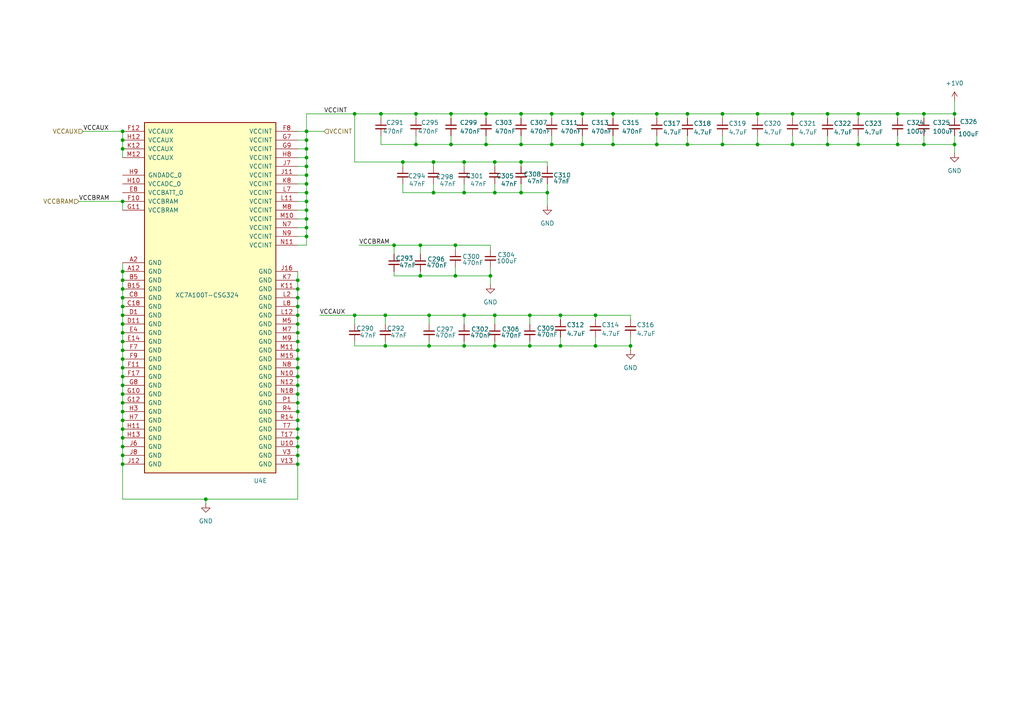
<source format=kicad_sch>
(kicad_sch (version 20231120) (generator "eeschema") (generator_version "8.0")
  (paper "A4")
  (title_block (date "2024-12-08"))
  (lib_symbols
    (symbol "Device:C_Small" (pin_numbers hide) (pin_names (offset 0.254) hide)
      (property "Reference" "C" (at 0.254 1.778 0))
      (property "Value" "C_Small" (at 0.254 -2.032 0))
      (symbol "C_Small_1_1"
        (pin passive line (at 0 2.54 270) (length 2.032) (name "~") (number "1"))
        (pin passive line (at 0 -2.54 90) (length 2.032) (name "~") (number "2"))
      )
    )
    (symbol "FPGA_Xilinx_Artix7:XC7A100T-CSG324" (pin_names (offset 1.016))
      (property "Reference" "U1" (at 40.894 -78.232 0))
      (property "Value" "XC7A100T-CSG324" (at 8.382 0.762 0))
      (symbol "XC7A100T-CSG324_1_1"
        (pin bidirectional line (at 50.8 33.02 180) (length 6.35) (name "IO_L4N_T0_15") (number "A11"))
        (pin bidirectional line (at 50.8 10.16 180) (length 6.35) (name "IO_L9P_T1_DQS_AD3P_15") (number "A13"))
        (pin bidirectional line (at 50.8 7.62 180) (length 6.35) (name "IO_L9N_T1_DQS_AD3N_15") (number "A14"))
        (pin bidirectional line (at 50.8 15.24 180) (length 6.35) (name "IO_L8P_T1_AD10P_15") (number "A15"))
        (pin bidirectional line (at 50.8 12.7 180) (length 6.35) (name "IO_L8N_T1_AD10N_15") (number "A16"))
        (pin power_in line (at 27.94 73.66 270) (length 6.35) (name "VCCO_15") (number "A17"))
        (pin bidirectional line (at 50.8 2.54 180) (length 6.35) (name "IO_L10N_T1_AD11N_15") (number "A18"))
        (pin bidirectional line (at 50.8 35.56 180) (length 6.35) (name "IO_L4P_T0_15") (number "B11"))
        (pin bidirectional line (at 50.8 38.1 180) (length 6.35) (name "IO_L3N_T0_DQS_AD1N_15") (number "B12"))
        (pin bidirectional line (at 50.8 45.72 180) (length 6.35) (name "IO_L2P_T0_AD8P_15") (number "B13"))
        (pin bidirectional line (at 50.8 43.18 180) (length 6.35) (name "IO_L2N_T0_AD8N_15") (number "B14"))
        (pin bidirectional line (at 50.8 20.32 180) (length 6.35) (name "IO_L7P_T1_AD2P_15") (number "B16"))
        (pin bidirectional line (at 50.8 17.78 180) (length 6.35) (name "IO_L7N_T1_AD2N_15") (number "B17"))
        (pin bidirectional line (at 50.8 5.08 180) (length 6.35) (name "IO_L10P_T1_AD11P_15") (number "B18"))
        (pin bidirectional line (at 50.8 40.64 180) (length 6.35) (name "IO_L3P_T0_DQS_AD1P_15") (number "C12"))
        (pin power_in line (at 30.48 73.66 270) (length 6.35) (name "VCCO_15") (number "C13"))
        (pin bidirectional line (at 50.8 48.26 180) (length 6.35) (name "IO_L1N_T0_AD0N_15") (number "C14"))
        (pin bidirectional line (at 50.8 -7.62 180) (length 6.35) (name "IO_L12N_T1_MRCC_15") (number "C15"))
        (pin bidirectional line (at 50.8 -45.72 180) (length 6.35) (name "IO_L20P_T3_A20_15") (number "C16"))
        (pin bidirectional line (at 50.8 -48.26 180) (length 6.35) (name "IO_L20N_T3_A19_15") (number "C17"))
        (pin bidirectional line (at 50.8 25.4 180) (length 6.35) (name "IO_L6P_T0_15") (number "D12"))
        (pin bidirectional line (at 50.8 22.86 180) (length 6.35) (name "IO_L6N_T0_VREF_15") (number "D13"))
        (pin bidirectional line (at 50.8 50.8 180) (length 6.35) (name "IO_L1P_T0_AD0P_15") (number "D14"))
        (pin bidirectional line (at 50.8 -5.08 180) (length 6.35) (name "IO_L12P_T1_MRCC_15") (number "D15"))
        (pin power_in line (at 33.02 73.66 270) (length 6.35) (name "VCCO_15") (number "D16"))
        (pin bidirectional line (at 50.8 -27.94 180) (length 6.35) (name "IO_L16N_T2_A27_15") (number "D17"))
        (pin bidirectional line (at 50.8 -53.34 180) (length 6.35) (name "IO_L21N_T3_DQS_A18_15") (number "D18"))
        (pin bidirectional line (at 50.8 0 180) (length 6.35) (name "IO_L11P_T1_SRCC_15") (number "E15"))
        (pin bidirectional line (at 50.8 -2.54 180) (length 6.35) (name "IO_L11N_T1_SRCC_15") (number "E16"))
        (pin bidirectional line (at 50.8 -25.4 180) (length 6.35) (name "IO_L16P_T2_A28_15") (number "E17"))
        (pin bidirectional line (at 50.8 -50.8 180) (length 6.35) (name "IO_L21P_T3_DQS_15") (number "E18"))
        (pin bidirectional line (at 50.8 30.48 180) (length 6.35) (name "IO_L5P_T0_AD9P_15") (number "F13"))
        (pin bidirectional line (at 50.8 27.94 180) (length 6.35) (name "IO_L5N_T0_AD9N_15") (number "F14"))
        (pin bidirectional line (at 50.8 -15.24 180) (length 6.35) (name "IO_L14P_T2_SRCC_15") (number "F15"))
        (pin bidirectional line (at 50.8 -17.78 180) (length 6.35) (name "IO_L14N_T2_SRCC_15") (number "F16"))
        (pin bidirectional line (at 50.8 -58.42 180) (length 6.35) (name "IO_L22N_T3_A16_15") (number "F18"))
        (pin bidirectional line (at 50.8 53.34 180) (length 6.35) (name "IO_0_15") (number "G13"))
        (pin bidirectional line (at 50.8 -22.86 180) (length 6.35) (name "IO_L15N_T2_DQS_ADV_B_15") (number "G14"))
        (pin power_in line (at 35.56 73.66 270) (length 6.35) (name "VCCO_15") (number "G15"))
        (pin bidirectional line (at 50.8 -12.7 180) (length 6.35) (name "IO_L13N_T2_MRCC_15") (number "G16"))
        (pin bidirectional line (at 50.8 -38.1 180) (length 6.35) (name "IO_L18N_T2_A23_15") (number "G17"))
        (pin bidirectional line (at 50.8 -55.88 180) (length 6.35) (name "IO_L22P_T3_A17_15") (number "G18"))
        (pin bidirectional line (at 50.8 -20.32 180) (length 6.35) (name "IO_L15P_T2_DQS_15") (number "H14"))
        (pin bidirectional line (at 50.8 -43.18 180) (length 6.35) (name "IO_L19N_T3_A21_VREF_15") (number "H15"))
        (pin bidirectional line (at 50.8 -10.16 180) (length 6.35) (name "IO_L13P_T2_MRCC_15") (number "H16"))
        (pin bidirectional line (at 50.8 -35.56 180) (length 6.35) (name "IO_L18P_T2_A24_15") (number "H17"))
        (pin power_in line (at 38.1 73.66 270) (length 6.35) (name "VCCO_15") (number "H18"))
        (pin bidirectional line (at 50.8 -33.02 180) (length 6.35) (name "IO_L17N_T2_A25_15") (number "J13"))
        (pin bidirectional line (at 50.8 -40.64 180) (length 6.35) (name "IO_L19P_T3_A22_15") (number "J14"))
        (pin bidirectional line (at 50.8 -68.58 180) (length 6.35) (name "IO_L24N_T3_RS0_15") (number "J15"))
        (pin bidirectional line (at 50.8 -60.96 180) (length 6.35) (name "IO_L23P_T3_FOE_B_15") (number "J17"))
        (pin bidirectional line (at 50.8 -63.5 180) (length 6.35) (name "IO_L23N_T3_FWE_B_15") (number "J18"))
        (pin bidirectional line (at 50.8 -30.48 180) (length 6.35) (name "IO_L17P_T2_A26_15") (number "K13"))
        (pin power_in line (at 40.64 73.66 270) (length 6.35) (name "VCCO_15") (number "K14"))
        (pin bidirectional line (at 50.8 -66.04 180) (length 6.35) (name "IO_L24P_T3_RS1_15") (number "K15"))
        (pin bidirectional line (at 50.8 -71.12 180) (length 6.35) (name "IO_25_15") (number "K16"))
        (pin bidirectional line (at -50.8 50.8 0) (length 6.35) (name "IO_L1P_T0_D00_MOSI_14") (number "K17"))
        (pin bidirectional line (at -50.8 48.26 0) (length 6.35) (name "IO_L1N_T0_D01_DIN_14") (number "K18"))
        (pin bidirectional line (at -50.8 25.4 0) (length 6.35) (name "IO_L6P_T0_FCS_B_14") (number "L13"))
        (pin bidirectional line (at -50.8 45.72 0) (length 6.35) (name "IO_L2P_T0_D02_14") (number "L14"))
        (pin bidirectional line (at -50.8 40.64 0) (length 6.35) (name "IO_L3P_T0_DQS_PUDC_B_14") (number "L15"))
        (pin bidirectional line (at -50.8 38.1 0) (length 6.35) (name "IO_L3N_T0_DQS_EMCCLK_14") (number "L16"))
        (pin power_in line (at -40.64 73.66 270) (length 6.35) (name "VCCO_14") (number "L17"))
        (pin bidirectional line (at -50.8 35.56 0) (length 6.35) (name "IO_L4P_T0_D04_14") (number "L18"))
        (pin bidirectional line (at -50.8 22.86 0) (length 6.35) (name "IO_L6N_T0_D08_VREF_14") (number "M13"))
        (pin bidirectional line (at -50.8 43.18 0) (length 6.35) (name "IO_L2N_T0_D03_14") (number "M14"))
        (pin bidirectional line (at -50.8 5.08 0) (length 6.35) (name "IO_L10P_T1_D14_14") (number "M16"))
        (pin bidirectional line (at -50.8 2.54 0) (length 6.35) (name "IO_L10N_T1_D15_14") (number "M17"))
        (pin bidirectional line (at -50.8 33.02 0) (length 6.35) (name "IO_L4N_T0_D05_14") (number "M18"))
        (pin power_in line (at -38.1 73.66 270) (length 6.35) (name "VCCO_14") (number "N13"))
        (pin bidirectional line (at -50.8 15.24 0) (length 6.35) (name "IO_L8P_T1_D11_14") (number "N14"))
        (pin bidirectional line (at -50.8 0 0) (length 6.35) (name "IO_L11P_T1_SRCC_14") (number "N15"))
        (pin bidirectional line (at -50.8 -2.54 0) (length 6.35) (name "IO_L11N_T1_SRCC_14") (number "N16"))
        (pin bidirectional line (at -50.8 10.16 0) (length 6.35) (name "IO_L9P_T1_DQS_14") (number "N17"))
        (pin bidirectional line (at -50.8 12.7 0) (length 6.35) (name "IO_L8N_T1_D12_14") (number "P14"))
        (pin bidirectional line (at -50.8 -10.16 0) (length 6.35) (name "IO_L13P_T2_MRCC_14") (number "P15"))
        (pin power_in line (at -35.56 73.66 270) (length 6.35) (name "VCCO_14") (number "P16"))
        (pin bidirectional line (at -50.8 -5.08 0) (length 6.35) (name "IO_L12P_T1_MRCC_14") (number "P17"))
        (pin bidirectional line (at -50.8 7.62 0) (length 6.35) (name "IO_L9N_T1_DQS_D13_14") (number "P18"))
        (pin bidirectional line (at -50.8 -71.12 0) (length 6.35) (name "IO_25_14") (number "R10"))
        (pin bidirectional line (at -50.8 53.34 0) (length 6.35) (name "IO_0_14") (number "R11"))
        (pin bidirectional line (at -50.8 30.48 0) (length 6.35) (name "IO_L5P_T0_D06_14") (number "R12"))
        (pin bidirectional line (at -50.8 27.94 0) (length 6.35) (name "IO_L5N_T0_D07_14") (number "R13"))
        (pin bidirectional line (at -50.8 -12.7 0) (length 6.35) (name "IO_L13N_T2_MRCC_14") (number "R15"))
        (pin bidirectional line (at -50.8 -20.32 0) (length 6.35) (name "IO_L15P_T2_DQS_RDWR_B_14") (number "R16"))
        (pin bidirectional line (at -50.8 -7.62 0) (length 6.35) (name "IO_L12N_T1_MRCC_14") (number "R17"))
        (pin bidirectional line (at -50.8 20.32 0) (length 6.35) (name "IO_L7P_T1_D09_14") (number "R18"))
        (pin bidirectional line (at -50.8 -68.58 0) (length 6.35) (name "IO_L24N_T3_A00_D16_14") (number "T10"))
        (pin bidirectional line (at -50.8 -40.64 0) (length 6.35) (name "IO_L19P_T3_A10_D26_14") (number "T11"))
        (pin power_in line (at -33.02 73.66 270) (length 6.35) (name "VCCO_14") (number "T12"))
        (pin bidirectional line (at -50.8 -60.96 0) (length 6.35) (name "IO_L23P_T3_A03_D19_14") (number "T13"))
        (pin bidirectional line (at -50.8 -15.24 0) (length 6.35) (name "IO_L14P_T2_SRCC_14") (number "T14"))
        (pin bidirectional line (at -50.8 -17.78 0) (length 6.35) (name "IO_L14N_T2_SRCC_14") (number "T15"))
        (pin bidirectional line (at -50.8 -22.86 0) (length 6.35) (name "IO_L15N_T2_DQS_DOUT_CSO_B_14") (number "T16"))
        (pin bidirectional line (at -50.8 17.78 0) (length 6.35) (name "IO_L7N_T1_D10_14") (number "T18"))
        (pin bidirectional line (at -50.8 -66.04 0) (length 6.35) (name "IO_L24P_T3_A01_D17_14") (number "T9"))
        (pin bidirectional line (at -50.8 -43.18 0) (length 6.35) (name "IO_L19N_T3_A09_D25_VREF_14") (number "U11"))
        (pin bidirectional line (at -50.8 -45.72 0) (length 6.35) (name "IO_L20P_T3_A08_D24_14") (number "U12"))
        (pin bidirectional line (at -50.8 -63.5 0) (length 6.35) (name "IO_L23N_T3_A02_D18_14") (number "U13"))
        (pin bidirectional line (at -50.8 -55.88 0) (length 6.35) (name "IO_L22P_T3_A05_D21_14") (number "U14"))
        (pin power_in line (at -30.48 73.66 270) (length 6.35) (name "VCCO_14") (number "U15"))
        (pin bidirectional line (at -50.8 -35.56 0) (length 6.35) (name "IO_L18P_T2_A12_D28_14") (number "U16"))
        (pin bidirectional line (at -50.8 -30.48 0) (length 6.35) (name "IO_L17P_T2_A14_D30_14") (number "U17"))
        (pin bidirectional line (at -50.8 -33.02 0) (length 6.35) (name "IO_L17N_T2_A13_D29_14") (number "U18"))
        (pin bidirectional line (at -50.8 -50.8 0) (length 6.35) (name "IO_L21P_T3_DQS_14") (number "V10"))
        (pin bidirectional line (at -50.8 -53.34 0) (length 6.35) (name "IO_L21N_T3_DQS_A06_D22_14") (number "V11"))
        (pin bidirectional line (at -50.8 -48.26 0) (length 6.35) (name "IO_L20N_T3_A07_D23_14") (number "V12"))
        (pin bidirectional line (at -50.8 -58.42 0) (length 6.35) (name "IO_L22N_T3_A04_D20_14") (number "V14"))
        (pin bidirectional line (at -50.8 -25.4 0) (length 6.35) (name "IO_L16P_T2_CSI_B_14") (number "V15"))
        (pin bidirectional line (at -50.8 -27.94 0) (length 6.35) (name "IO_L16N_T2_A15_D31_14") (number "V16"))
        (pin bidirectional line (at -50.8 -38.1 0) (length 6.35) (name "IO_L18N_T2_A11_D27_14") (number "V17"))
        (pin power_in line (at -27.94 73.66 270) (length 6.35) (name "VCCO_14") (number "V18"))
      )
      (symbol "XC7A100T-CSG324_2_1"
        (pin bidirectional line (at -50.8 35.56 0) (length 6.35) (name "IO_L14P_T2_SRCC_16") (number "A10"))
        (pin bidirectional line (at -50.8 43.18 0) (length 6.35) (name "IO_L12N_T1_MRCC_16") (number "A8"))
        (pin bidirectional line (at -50.8 33.02 0) (length 6.35) (name "IO_L14N_T2_SRCC_16") (number "A9"))
        (pin power_in line (at -40.64 73.66 270) (length 6.35) (name "VCCO_16") (number "B10"))
        (pin bidirectional line (at -50.8 45.72 0) (length 6.35) (name "IO_L12P_T1_MRCC_16") (number "B8"))
        (pin bidirectional line (at -50.8 48.26 0) (length 6.35) (name "IO_L11N_T1_SRCC_16") (number "B9"))
        (pin bidirectional line (at -50.8 38.1 0) (length 6.35) (name "IO_L13N_T2_MRCC_16") (number "C10"))
        (pin bidirectional line (at -50.8 40.64 0) (length 6.35) (name "IO_L13P_T2_MRCC_16") (number "C11"))
        (pin bidirectional line (at -50.8 50.8 0) (length 6.35) (name "IO_L11P_T1_SRCC_16") (number "C9"))
        (pin bidirectional line (at -50.8 30.48 0) (length 6.35) (name "IO_L19N_T3_VREF_16") (number "D10"))
        (pin bidirectional line (at -50.8 53.34 0) (length 6.35) (name "IO_L6N_T0_VREF_16") (number "D9"))
        (pin bidirectional line (at 50.8 45.72 180) (length 6.35) (name "IO_L2P_T0_34") (number "K3"))
        (pin power_in line (at 27.94 73.66 270) (length 6.35) (name "VCCO_34") (number "K4"))
        (pin bidirectional line (at 50.8 30.48 180) (length 6.35) (name "IO_L5P_T0_34") (number "K5"))
        (pin bidirectional line (at 50.8 53.34 180) (length 6.35) (name "IO_0_34") (number "K6"))
        (pin bidirectional line (at 50.8 50.8 180) (length 6.35) (name "IO_L1P_T0_34") (number "L1"))
        (pin bidirectional line (at 50.8 43.18 180) (length 6.35) (name "IO_L2N_T0_34") (number "L3"))
        (pin bidirectional line (at 50.8 27.94 180) (length 6.35) (name "IO_L5N_T0_34") (number "L4"))
        (pin bidirectional line (at 50.8 22.86 180) (length 6.35) (name "IO_L6N_T0_VREF_34") (number "L5"))
        (pin bidirectional line (at 50.8 25.4 180) (length 6.35) (name "IO_L6P_T0_34") (number "L6"))
        (pin bidirectional line (at 50.8 48.26 180) (length 6.35) (name "IO_L1N_T0_34") (number "M1"))
        (pin bidirectional line (at 50.8 33.02 180) (length 6.35) (name "IO_L4N_T0_34") (number "M2"))
        (pin bidirectional line (at 50.8 35.56 180) (length 6.35) (name "IO_L4P_T0_34") (number "M3"))
        (pin bidirectional line (at 50.8 -25.4 180) (length 6.35) (name "IO_L16P_T2_34") (number "M4"))
        (pin bidirectional line (at 50.8 -35.56 180) (length 6.35) (name "IO_L18P_T2_34") (number "M6"))
        (pin bidirectional line (at 50.8 38.1 180) (length 6.35) (name "IO_L3N_T0_DQS_34") (number "N1"))
        (pin bidirectional line (at 50.8 40.64 180) (length 6.35) (name "IO_L3P_T0_DQS_34") (number "N2"))
        (pin power_in line (at 30.48 73.66 270) (length 6.35) (name "VCCO_34") (number "N3"))
        (pin bidirectional line (at 50.8 -27.94 180) (length 6.35) (name "IO_L16N_T2_34") (number "N4"))
        (pin bidirectional line (at 50.8 -10.16 180) (length 6.35) (name "IO_L13P_T2_MRCC_34") (number "N5"))
        (pin bidirectional line (at 50.8 -38.1 180) (length 6.35) (name "IO_L18N_T2_34") (number "N6"))
        (pin bidirectional line (at 50.8 -20.32 180) (length 6.35) (name "IO_L15P_T2_DQS_34") (number "P2"))
        (pin bidirectional line (at 50.8 -17.78 180) (length 6.35) (name "IO_L14N_T2_SRCC_34") (number "P3"))
        (pin bidirectional line (at 50.8 -15.24 180) (length 6.35) (name "IO_L14P_T2_SRCC_34") (number "P4"))
        (pin bidirectional line (at 50.8 -12.7 180) (length 6.35) (name "IO_L13N_T2_MRCC_34") (number "P5"))
        (pin power_in line (at 33.02 73.66 270) (length 6.35) (name "VCCO_34") (number "P6"))
        (pin bidirectional line (at 50.8 -30.48 180) (length 6.35) (name "IO_L17P_T2_34") (number "R1"))
        (pin bidirectional line (at 50.8 -22.86 180) (length 6.35) (name "IO_L15N_T2_DQS_34") (number "R2"))
        (pin bidirectional line (at 50.8 0 180) (length 6.35) (name "IO_L11P_T1_SRCC_34") (number "R3"))
        (pin bidirectional line (at 50.8 -43.18 180) (length 6.35) (name "IO_L19N_T3_VREF_34") (number "R5"))
        (pin bidirectional line (at 50.8 -40.64 180) (length 6.35) (name "IO_L19P_T3_34") (number "R6"))
        (pin bidirectional line (at 50.8 -60.96 180) (length 6.35) (name "IO_L23P_T3_34") (number "R7"))
        (pin bidirectional line (at 50.8 -66.04 180) (length 6.35) (name "IO_L24P_T3_34") (number "R8"))
        (pin bidirectional line (at 50.8 -33.02 180) (length 6.35) (name "IO_L17N_T2_34") (number "T1"))
        (pin power_in line (at 35.56 73.66 270) (length 6.35) (name "VCCO_34") (number "T2"))
        (pin bidirectional line (at 50.8 -2.54 180) (length 6.35) (name "IO_L11N_T1_SRCC_34") (number "T3"))
        (pin bidirectional line (at 50.8 -7.62 180) (length 6.35) (name "IO_L12N_T1_MRCC_34") (number "T4"))
        (pin bidirectional line (at 50.8 -5.08 180) (length 6.35) (name "IO_L12P_T1_MRCC_34") (number "T5"))
        (pin bidirectional line (at 50.8 -63.5 180) (length 6.35) (name "IO_L23N_T3_34") (number "T6"))
        (pin bidirectional line (at 50.8 -68.58 180) (length 6.35) (name "IO_L24N_T3_34") (number "T8"))
        (pin bidirectional line (at 50.8 20.32 180) (length 6.35) (name "IO_L7P_T1_34") (number "U1"))
        (pin bidirectional line (at 50.8 10.16 180) (length 6.35) (name "IO_L9P_T1_DQS_34") (number "U2"))
        (pin bidirectional line (at 50.8 12.7 180) (length 6.35) (name "IO_L8N_T1_34") (number "U3"))
        (pin bidirectional line (at 50.8 15.24 180) (length 6.35) (name "IO_L8P_T1_34") (number "U4"))
        (pin power_in line (at 38.1 73.66 270) (length 6.35) (name "VCCO_34") (number "U5"))
        (pin bidirectional line (at 50.8 -58.42 180) (length 6.35) (name "IO_L22N_T3_34") (number "U6"))
        (pin bidirectional line (at 50.8 -55.88 180) (length 6.35) (name "IO_L22P_T3_34") (number "U7"))
        (pin bidirectional line (at 50.8 -71.12 180) (length 6.35) (name "IO_25_34") (number "U8"))
        (pin bidirectional line (at 50.8 -50.8 180) (length 6.35) (name "IO_L21P_T3_DQS_34") (number "U9"))
        (pin bidirectional line (at 50.8 17.78 180) (length 6.35) (name "IO_L7N_T1_34") (number "V1"))
        (pin bidirectional line (at 50.8 7.62 180) (length 6.35) (name "IO_L9N_T1_DQS_34") (number "V2"))
        (pin bidirectional line (at 50.8 2.54 180) (length 6.35) (name "IO_L10N_T1_34") (number "V4"))
        (pin bidirectional line (at 50.8 5.08 180) (length 6.35) (name "IO_L10P_T1_34") (number "V5"))
        (pin bidirectional line (at 50.8 -48.26 180) (length 6.35) (name "IO_L20N_T3_34") (number "V6"))
        (pin bidirectional line (at 50.8 -45.72 180) (length 6.35) (name "IO_L20P_T3_34") (number "V7"))
        (pin power_in line (at 40.64 73.66 270) (length 6.35) (name "VCCO_34") (number "V8"))
        (pin bidirectional line (at 50.8 -53.34 180) (length 6.35) (name "IO_L21N_T3_DQS_34") (number "V9"))
      )
      (symbol "XC7A100T-CSG324_3_1"
        (pin bidirectional line (at -50.8 7.62 0) (length 6.35) (name "IO_L9N_T1_DQS_AD7N_35") (number "A1"))
        (pin bidirectional line (at -50.8 12.7 0) (length 6.35) (name "IO_L8N_T1_AD14N_35") (number "A3"))
        (pin bidirectional line (at -50.8 15.24 0) (length 6.35) (name "IO_L8P_T1_AD14P_35") (number "A4"))
        (pin bidirectional line (at -50.8 38.1 0) (length 6.35) (name "IO_L3N_T0_DQS_AD5N_35") (number "A5"))
        (pin bidirectional line (at -50.8 40.64 0) (length 6.35) (name "IO_L3P_T0_DQS_AD5P_35") (number "A6"))
        (pin power_in line (at -40.64 73.66 270) (length 6.35) (name "VCCO_35") (number "A7"))
        (pin bidirectional line (at -50.8 10.16 0) (length 6.35) (name "IO_L9P_T1_DQS_AD7P_35") (number "B1"))
        (pin bidirectional line (at -50.8 2.54 0) (length 6.35) (name "IO_L10N_T1_AD15N_35") (number "B2"))
        (pin bidirectional line (at -50.8 5.08 0) (length 6.35) (name "IO_L10P_T1_AD15P_35") (number "B3"))
        (pin bidirectional line (at -50.8 17.78 0) (length 6.35) (name "IO_L7N_T1_AD6N_35") (number "B4"))
        (pin bidirectional line (at -50.8 43.18 0) (length 6.35) (name "IO_L2N_T0_AD12N_35") (number "B6"))
        (pin bidirectional line (at -50.8 45.72 0) (length 6.35) (name "IO_L2P_T0_AD12P_35") (number "B7"))
        (pin bidirectional line (at -50.8 -27.94 0) (length 6.35) (name "IO_L16N_T2_35") (number "C1"))
        (pin bidirectional line (at -50.8 -25.4 0) (length 6.35) (name "IO_L16P_T2_35") (number "C2"))
        (pin power_in line (at -38.1 73.66 270) (length 6.35) (name "VCCO_35") (number "C3"))
        (pin bidirectional line (at -50.8 20.32 0) (length 6.35) (name "IO_L7P_T1_AD6P_35") (number "C4"))
        (pin bidirectional line (at -50.8 48.26 0) (length 6.35) (name "IO_L1N_T0_AD4N_35") (number "C5"))
        (pin bidirectional line (at -50.8 50.8 0) (length 6.35) (name "IO_L1P_T0_AD4P_35") (number "C6"))
        (pin bidirectional line (at -50.8 33.02 0) (length 6.35) (name "IO_L4N_T0_35") (number "C7"))
        (pin bidirectional line (at -50.8 -17.78 0) (length 6.35) (name "IO_L14N_T2_SRCC_35") (number "D2"))
        (pin bidirectional line (at -50.8 -7.62 0) (length 6.35) (name "IO_L12N_T1_MRCC_35") (number "D3"))
        (pin bidirectional line (at -50.8 -2.54 0) (length 6.35) (name "IO_L11N_T1_SRCC_35") (number "D4"))
        (pin bidirectional line (at -50.8 0 0) (length 6.35) (name "IO_L11P_T1_SRCC_35") (number "D5"))
        (pin power_in line (at -35.56 73.66 270) (length 6.35) (name "VCCO_35") (number "D6"))
        (pin bidirectional line (at -50.8 22.86 0) (length 6.35) (name "IO_L6N_T0_VREF_35") (number "D7"))
        (pin bidirectional line (at -50.8 35.56 0) (length 6.35) (name "IO_L4P_T0_35") (number "D8"))
        (pin bidirectional line (at -50.8 -38.1 0) (length 6.35) (name "IO_L18N_T2_35") (number "E1"))
        (pin bidirectional line (at -50.8 -15.24 0) (length 6.35) (name "IO_L14P_T2_SRCC_35") (number "E2"))
        (pin bidirectional line (at -50.8 -5.08 0) (length 6.35) (name "IO_L12P_T1_MRCC_35") (number "E3"))
        (pin bidirectional line (at -50.8 27.94 0) (length 6.35) (name "IO_L5N_T0_AD13N_35") (number "E5"))
        (pin bidirectional line (at -50.8 30.48 0) (length 6.35) (name "IO_L5P_T0_AD13P_35") (number "E6"))
        (pin bidirectional line (at -50.8 25.4 0) (length 6.35) (name "IO_L6P_T0_35") (number "E7"))
        (pin bidirectional line (at -50.8 -35.56 0) (length 6.35) (name "IO_L18P_T2_35") (number "F1"))
        (pin power_in line (at -33.02 73.66 270) (length 6.35) (name "VCCO_35") (number "F2"))
        (pin bidirectional line (at -50.8 -12.7 0) (length 6.35) (name "IO_L13N_T2_MRCC_35") (number "F3"))
        (pin bidirectional line (at -50.8 -10.16 0) (length 6.35) (name "IO_L13P_T2_MRCC_35") (number "F4"))
        (pin bidirectional line (at -50.8 53.34 0) (length 6.35) (name "IO_0_35") (number "F5"))
        (pin bidirectional line (at -50.8 -43.18 0) (length 6.35) (name "IO_L19N_T3_VREF_35") (number "F6"))
        (pin bidirectional line (at -50.8 -33.02 0) (length 6.35) (name "IO_L17N_T2_35") (number "G1"))
        (pin bidirectional line (at -50.8 -22.86 0) (length 6.35) (name "IO_L15N_T2_DQS_35") (number "G2"))
        (pin bidirectional line (at -50.8 -48.26 0) (length 6.35) (name "IO_L20N_T3_35") (number "G3"))
        (pin bidirectional line (at -50.8 -45.72 0) (length 6.35) (name "IO_L20P_T3_35") (number "G4"))
        (pin power_in line (at -30.48 73.66 270) (length 6.35) (name "VCCO_35") (number "G5"))
        (pin bidirectional line (at -50.8 -40.64 0) (length 6.35) (name "IO_L19P_T3_35") (number "G6"))
        (pin bidirectional line (at -50.8 -30.48 0) (length 6.35) (name "IO_L17P_T2_35") (number "H1"))
        (pin bidirectional line (at -50.8 -20.32 0) (length 6.35) (name "IO_L15P_T2_DQS_35") (number "H2"))
        (pin bidirectional line (at -50.8 -53.34 0) (length 6.35) (name "IO_L21N_T3_DQS_35") (number "H4"))
        (pin bidirectional line (at -50.8 -68.58 0) (length 6.35) (name "IO_L24N_T3_35") (number "H5"))
        (pin bidirectional line (at -50.8 -66.04 0) (length 6.35) (name "IO_L24P_T3_35") (number "H6"))
        (pin power_in line (at -27.94 73.66 270) (length 6.35) (name "VCCO_35") (number "J1"))
        (pin bidirectional line (at -50.8 -58.42 0) (length 6.35) (name "IO_L22N_T3_35") (number "J2"))
        (pin bidirectional line (at -50.8 -55.88 0) (length 6.35) (name "IO_L22P_T3_35") (number "J3"))
        (pin bidirectional line (at -50.8 -50.8 0) (length 6.35) (name "IO_L21P_T3_DQS_35") (number "J4"))
        (pin bidirectional line (at -50.8 -71.12 0) (length 6.35) (name "IO_25_35") (number "J5"))
        (pin bidirectional line (at -50.8 -63.5 0) (length 6.35) (name "IO_L23N_T3_35") (number "K1"))
        (pin bidirectional line (at -50.8 -60.96 0) (length 6.35) (name "IO_L23P_T3_35") (number "K2"))
      )
      (symbol "XC7A100T-CSG324_4_1"
        (pin input line (at 38.1 12.7 180) (length 6.35) (name "TCK_0") (number "E10"))
        (pin input line (at 38.1 20.32 180) (length 6.35) (name "TDI_0") (number "E11"))
        (pin input line (at 38.1 15.24 180) (length 6.35) (name "TMS_0") (number "E12"))
        (pin output line (at 38.1 17.78 180) (length 6.35) (name "TDO_0") (number "E13"))
        (pin bidirectional line (at 38.1 7.62 180) (length 6.35) (name "CCLK_0") (number "E9"))
        (pin bidirectional line (at 38.1 -20.32 180) (length 6.35) (name "VP_0") (number "J10"))
        (pin bidirectional line (at 38.1 -30.48 180) (length 6.35) (name "VREFN_0") (number "J9"))
        (pin bidirectional line (at 38.1 -27.94 180) (length 6.35) (name "VREFP_0") (number "K10"))
        (pin bidirectional line (at 38.1 -22.86 180) (length 6.35) (name "VN_0") (number "K9"))
        (pin bidirectional line (at 38.1 -35.56 180) (length 6.35) (name "DXP_0") (number "L10"))
        (pin bidirectional line (at 38.1 -38.1 180) (length 6.35) (name "DXN_0") (number "L9"))
        (pin bidirectional line (at 38.1 -5.08 180) (length 6.35) (name "DONE_0") (number "P10"))
        (pin bidirectional line (at 38.1 0 180) (length 6.35) (name "M2_0") (number "P11"))
        (pin bidirectional line (at 38.1 5.08 180) (length 6.35) (name "M0_0") (number "P12"))
        (pin bidirectional line (at 38.1 2.54 180) (length 6.35) (name "M1_0") (number "P13"))
        (pin bidirectional line (at 38.1 -7.62 180) (length 6.35) (name "INIT_B_0") (number "P7"))
        (pin bidirectional line (at 38.1 -15.24 180) (length 6.35) (name "CFGBVS_0") (number "P8"))
        (pin bidirectional line (at 38.1 -10.16 180) (length 6.35) (name "PROGRAM_B_0") (number "P9"))
        (pin power_in line (at 27.94 40.64 270) (length 6.35) (name "VCCO_0") (number "R9"))
      )
      (symbol "XC7A100T-CSG324_5_1"
        (pin power_in line (at -25.4 7.62 0) (length 6.35) (name "GND") (number "A12"))
        (pin power_in line (at -25.4 10.16 0) (length 6.35) (name "GND") (number "A2"))
        (pin power_in line (at -25.4 2.54 0) (length 6.35) (name "GND") (number "B15"))
        (pin power_in line (at -25.4 5.08 0) (length 6.35) (name "GND") (number "B5"))
        (pin power_in line (at -25.4 -2.54 0) (length 6.35) (name "GND") (number "C18"))
        (pin power_in line (at -25.4 0 0) (length 6.35) (name "GND") (number "C8"))
        (pin power_in line (at -25.4 -5.08 0) (length 6.35) (name "GND") (number "D1"))
        (pin power_in line (at -25.4 -7.62 0) (length 6.35) (name "GND") (number "D11"))
        (pin power_in line (at -25.4 -12.7 0) (length 6.35) (name "GND") (number "E14"))
        (pin power_in line (at -25.4 -10.16 0) (length 6.35) (name "GND") (number "E4"))
        (pin power_in line (at -25.4 30.48 0) (length 6.35) (name "VCCBATT_0") (number "E8"))
        (pin power_in line (at -25.4 27.94 0) (length 6.35) (name "VCCBRAM") (number "F10"))
        (pin power_in line (at -25.4 -20.32 0) (length 6.35) (name "GND") (number "F11"))
        (pin power_in line (at -25.4 48.26 0) (length 6.35) (name "VCCAUX") (number "F12"))
        (pin power_in line (at -25.4 -22.86 0) (length 6.35) (name "GND") (number "F17"))
        (pin power_in line (at -25.4 -15.24 0) (length 6.35) (name "GND") (number "F7"))
        (pin power_in line (at 25.4 48.26 180) (length 6.35) (name "VCCINT") (number "F8"))
        (pin power_in line (at -25.4 -17.78 0) (length 6.35) (name "GND") (number "F9"))
        (pin power_in line (at -25.4 -27.94 0) (length 6.35) (name "GND") (number "G10"))
        (pin power_in line (at -25.4 25.4 0) (length 6.35) (name "VCCBRAM") (number "G11"))
        (pin power_in line (at -25.4 -30.48 0) (length 6.35) (name "GND") (number "G12"))
        (pin power_in line (at 25.4 45.72 180) (length 6.35) (name "VCCINT") (number "G7"))
        (pin power_in line (at -25.4 -25.4 0) (length 6.35) (name "GND") (number "G8"))
        (pin power_in line (at 25.4 43.18 180) (length 6.35) (name "VCCINT") (number "G9"))
        (pin power_in line (at -25.4 33.02 0) (length 6.35) (name "VCCADC_0") (number "H10"))
        (pin power_in line (at -25.4 -38.1 0) (length 6.35) (name "GND") (number "H11"))
        (pin power_in line (at -25.4 45.72 0) (length 6.35) (name "VCCAUX") (number "H12"))
        (pin power_in line (at -25.4 -40.64 0) (length 6.35) (name "GND") (number "H13"))
        (pin power_in line (at -25.4 -33.02 0) (length 6.35) (name "GND") (number "H3"))
        (pin power_in line (at -25.4 -35.56 0) (length 6.35) (name "GND") (number "H7"))
        (pin power_in line (at 25.4 40.64 180) (length 6.35) (name "VCCINT") (number "H8"))
        (pin power_in line (at -25.4 35.56 0) (length 6.35) (name "GNDADC_0") (number "H9"))
        (pin power_in line (at 25.4 35.56 180) (length 6.35) (name "VCCINT") (number "J11"))
        (pin power_in line (at -25.4 -48.26 0) (length 6.35) (name "GND") (number "J12"))
        (pin power_in line (at 25.4 7.62 180) (length 6.35) (name "GND") (number "J16"))
        (pin power_in line (at -25.4 -43.18 0) (length 6.35) (name "GND") (number "J6"))
        (pin power_in line (at 25.4 38.1 180) (length 6.35) (name "VCCINT") (number "J7"))
        (pin power_in line (at -25.4 -45.72 0) (length 6.35) (name "GND") (number "J8"))
        (pin power_in line (at 25.4 2.54 180) (length 6.35) (name "GND") (number "K11"))
        (pin power_in line (at -25.4 43.18 0) (length 6.35) (name "VCCAUX") (number "K12"))
        (pin power_in line (at 25.4 5.08 180) (length 6.35) (name "GND") (number "K7"))
        (pin power_in line (at 25.4 33.02 180) (length 6.35) (name "VCCINT") (number "K8"))
        (pin power_in line (at 25.4 27.94 180) (length 6.35) (name "VCCINT") (number "L11"))
        (pin power_in line (at 25.4 -5.08 180) (length 6.35) (name "GND") (number "L12"))
        (pin power_in line (at 25.4 0 180) (length 6.35) (name "GND") (number "L2"))
        (pin power_in line (at 25.4 30.48 180) (length 6.35) (name "VCCINT") (number "L7"))
        (pin power_in line (at 25.4 -2.54 180) (length 6.35) (name "GND") (number "L8"))
        (pin power_in line (at 25.4 22.86 180) (length 6.35) (name "VCCINT") (number "M10"))
        (pin power_in line (at 25.4 -15.24 180) (length 6.35) (name "GND") (number "M11"))
        (pin power_in line (at -25.4 40.64 0) (length 6.35) (name "VCCAUX") (number "M12"))
        (pin power_in line (at 25.4 -17.78 180) (length 6.35) (name "GND") (number "M15"))
        (pin power_in line (at 25.4 -7.62 180) (length 6.35) (name "GND") (number "M5"))
        (pin power_in line (at 25.4 -10.16 180) (length 6.35) (name "GND") (number "M7"))
        (pin power_in line (at 25.4 25.4 180) (length 6.35) (name "VCCINT") (number "M8"))
        (pin power_in line (at 25.4 -12.7 180) (length 6.35) (name "GND") (number "M9"))
        (pin power_in line (at 25.4 -22.86 180) (length 6.35) (name "GND") (number "N10"))
        (pin power_in line (at 25.4 15.24 180) (length 6.35) (name "VCCINT") (number "N11"))
        (pin power_in line (at 25.4 -25.4 180) (length 6.35) (name "GND") (number "N12"))
        (pin power_in line (at 25.4 -27.94 180) (length 6.35) (name "GND") (number "N18"))
        (pin power_in line (at 25.4 20.32 180) (length 6.35) (name "VCCINT") (number "N7"))
        (pin power_in line (at 25.4 -20.32 180) (length 6.35) (name "GND") (number "N8"))
        (pin power_in line (at 25.4 17.78 180) (length 6.35) (name "VCCINT") (number "N9"))
        (pin power_in line (at 25.4 -30.48 180) (length 6.35) (name "GND") (number "P1"))
        (pin power_in line (at 25.4 -35.56 180) (length 6.35) (name "GND") (number "R14"))
        (pin power_in line (at 25.4 -33.02 180) (length 6.35) (name "GND") (number "R4"))
        (pin power_in line (at 25.4 -40.64 180) (length 6.35) (name "GND") (number "T17"))
        (pin power_in line (at 25.4 -38.1 180) (length 6.35) (name "GND") (number "T7"))
        (pin power_in line (at 25.4 -43.18 180) (length 6.35) (name "GND") (number "U10"))
        (pin power_in line (at 25.4 -48.26 180) (length 6.35) (name "GND") (number "V13"))
        (pin power_in line (at 25.4 -45.72 180) (length 6.35) (name "GND") (number "V3"))
      )
    )
    (symbol "power:+1V0" (power) (pin_numbers hide) (pin_names (offset 0) hide)
      (property "Value" "+1V0" (at 0 3.556 0))
      (symbol "+1V0_1_1"
        (pin power_in line (at 0 0 90) (length 0) (name "~") (number "1"))
      )
    )
    (symbol "power:GND" (power) (pin_numbers hide) (pin_names (offset 0) hide)
      (property "Value" "GND" (at 0 -3.81 0))
      (symbol "GND_1_1"
        (pin power_in line (at 0 0 270) (length 0) (name "~") (number "1"))
      )
    )
  )
  (junction (at 110.49 33.02))
  (junction (at 219.71 33.02))
  (junction (at 88.9 43.18))
  (junction (at 35.56 86.36))
  (junction (at 143.51 55.88))
  (junction (at 35.56 93.98))
  (junction (at 35.56 134.62))
  (junction (at 153.67 100.33))
  (junction (at 134.62 46.99))
  (junction (at 248.92 33.02))
  (junction (at 114.3 71.12))
  (junction (at 177.8 41.91))
  (junction (at 86.36 127))
  (junction (at 88.9 45.72))
  (junction (at 219.71 41.91))
  (junction (at 86.36 88.9))
  (junction (at 120.65 41.91))
  (junction (at 88.9 53.34))
  (junction (at 35.56 40.64))
  (junction (at 35.56 96.52))
  (junction (at 142.24 80.01))
  (junction (at 121.92 80.01))
  (junction (at 86.36 116.84))
  (junction (at 88.9 63.5))
  (junction (at 124.46 91.44))
  (junction (at 143.51 46.99))
  (junction (at 134.62 91.44))
  (junction (at 35.56 127))
  (junction (at 35.56 58.42))
  (junction (at 172.72 100.33))
  (junction (at 86.36 86.36))
  (junction (at 190.5 33.02))
  (junction (at 86.36 104.14))
  (junction (at 86.36 129.54))
  (junction (at 88.9 40.64))
  (junction (at 86.36 134.62))
  (junction (at 35.56 129.54))
  (junction (at 132.08 80.01))
  (junction (at 86.36 101.6))
  (junction (at 35.56 106.68))
  (junction (at 86.36 99.06))
  (junction (at 86.36 91.44))
  (junction (at 130.81 41.91))
  (junction (at 162.56 91.44))
  (junction (at 88.9 48.26))
  (junction (at 35.56 83.82))
  (junction (at 209.55 33.02))
  (junction (at 134.62 55.88))
  (junction (at 172.72 91.44))
  (junction (at 199.39 33.02))
  (junction (at 134.62 100.33))
  (junction (at 153.67 91.44))
  (junction (at 182.88 100.33))
  (junction (at 160.02 33.02))
  (junction (at 276.86 33.02))
  (junction (at 86.36 93.98))
  (junction (at 240.03 33.02))
  (junction (at 276.86 41.91))
  (junction (at 267.97 33.02))
  (junction (at 35.56 38.1))
  (junction (at 143.51 100.33))
  (junction (at 130.81 33.02))
  (junction (at 162.56 100.33))
  (junction (at 88.9 66.04))
  (junction (at 177.8 33.02))
  (junction (at 88.9 50.8))
  (junction (at 86.36 111.76))
  (junction (at 248.92 41.91))
  (junction (at 132.08 71.12))
  (junction (at 151.13 41.91))
  (junction (at 59.69 144.78))
  (junction (at 120.65 33.02))
  (junction (at 35.56 111.76))
  (junction (at 190.5 41.91))
  (junction (at 229.87 33.02))
  (junction (at 35.56 104.14))
  (junction (at 88.9 38.1))
  (junction (at 35.56 78.74))
  (junction (at 168.91 33.02))
  (junction (at 88.9 60.96))
  (junction (at 35.56 88.9))
  (junction (at 125.73 55.88))
  (junction (at 124.46 100.33))
  (junction (at 86.36 106.68))
  (junction (at 86.36 132.08))
  (junction (at 260.35 33.02))
  (junction (at 35.56 101.6))
  (junction (at 102.87 33.02))
  (junction (at 86.36 114.3))
  (junction (at 88.9 55.88))
  (junction (at 35.56 124.46))
  (junction (at 86.36 109.22))
  (junction (at 86.36 124.46))
  (junction (at 86.36 121.92))
  (junction (at 111.76 91.44))
  (junction (at 125.73 46.99))
  (junction (at 209.55 41.91))
  (junction (at 199.39 41.91))
  (junction (at 86.36 96.52))
  (junction (at 35.56 114.3))
  (junction (at 35.56 43.18))
  (junction (at 35.56 99.06))
  (junction (at 111.76 100.33))
  (junction (at 102.87 91.44))
  (junction (at 88.9 58.42))
  (junction (at 35.56 109.22))
  (junction (at 160.02 41.91))
  (junction (at 35.56 121.92))
  (junction (at 86.36 81.28))
  (junction (at 140.97 33.02))
  (junction (at 151.13 55.88))
  (junction (at 86.36 83.82))
  (junction (at 240.03 41.91))
  (junction (at 35.56 116.84))
  (junction (at 35.56 81.28))
  (junction (at 229.87 41.91))
  (junction (at 267.97 41.91))
  (junction (at 88.9 68.58))
  (junction (at 35.56 91.44))
  (junction (at 86.36 119.38))
  (junction (at 35.56 119.38))
  (junction (at 121.92 71.12))
  (junction (at 151.13 46.99))
  (junction (at 143.51 91.44))
  (junction (at 168.91 41.91))
  (junction (at 35.56 132.08))
  (junction (at 116.84 46.99))
  (junction (at 151.13 33.02))
  (junction (at 260.35 41.91))
  (junction (at 158.75 55.88))
  (junction (at 140.97 41.91))
  (wire (pts (xy 158.75 53.34) (xy 158.75 55.88)))
  (wire (pts (xy 88.9 50.8) (xy 88.9 53.34)))
  (wire (pts (xy 88.9 71.12) (xy 86.36 71.12)))
  (wire (pts (xy 110.49 41.91) (xy 120.65 41.91)))
  (wire (pts (xy 190.5 41.91) (xy 199.39 41.91)))
  (wire (pts (xy 88.9 63.5) (xy 88.9 66.04)))
  (wire (pts (xy 86.36 106.68) (xy 86.36 109.22)))
  (wire (pts (xy 162.56 91.44) (xy 172.72 91.44)))
  (wire (pts (xy 110.49 34.29) (xy 110.49 33.02)))
  (wire (pts (xy 35.56 81.28) (xy 35.56 83.82)))
  (wire (pts (xy 229.87 33.02) (xy 229.87 34.29)))
  (wire (pts (xy 35.56 93.98) (xy 35.56 96.52)))
  (wire (pts (xy 114.3 71.12) (xy 121.92 71.12)))
  (wire (pts (xy 153.67 99.06) (xy 153.67 100.33)))
  (wire (pts (xy 120.65 34.29) (xy 120.65 33.02)))
  (wire (pts (xy 125.73 46.99) (xy 125.73 48.26)))
  (wire (pts (xy 190.5 33.02) (xy 190.5 34.29)))
  (wire (pts (xy 102.87 33.02) (xy 110.49 33.02)))
  (wire (pts (xy 35.56 129.54) (xy 35.56 132.08)))
  (wire (pts (xy 111.76 100.33) (xy 124.46 100.33)))
  (wire (pts (xy 88.9 33.02) (xy 102.87 33.02)))
  (wire (pts (xy 86.36 104.14) (xy 86.36 106.68)))
  (wire (pts (xy 158.75 59.69) (xy 158.75 55.88)))
  (wire (pts (xy 248.92 41.91) (xy 260.35 41.91)))
  (wire (pts (xy 35.56 38.1) (xy 35.56 40.64)))
  (wire (pts (xy 88.9 66.04) (xy 88.9 68.58)))
  (wire (pts (xy 209.55 41.91) (xy 219.71 41.91)))
  (wire (pts (xy 199.39 33.02) (xy 199.39 34.29)))
  (wire (pts (xy 142.24 77.47) (xy 142.24 80.01)))
  (wire (pts (xy 35.56 144.78) (xy 35.56 134.62)))
  (wire (pts (xy 160.02 41.91) (xy 160.02 39.37)))
  (wire (pts (xy 153.67 91.44) (xy 162.56 91.44)))
  (wire (pts (xy 151.13 33.02) (xy 151.13 34.29)))
  (wire (pts (xy 116.84 46.99) (xy 102.87 46.99)))
  (wire (pts (xy 125.73 53.34) (xy 125.73 55.88)))
  (wire (pts (xy 143.51 100.33) (xy 153.67 100.33)))
  (wire (pts (xy 86.36 93.98) (xy 86.36 96.52)))
  (wire (pts (xy 124.46 99.06) (xy 124.46 100.33)))
  (wire (pts (xy 86.36 109.22) (xy 86.36 111.76)))
  (wire (pts (xy 35.56 86.36) (xy 35.56 88.9)))
  (wire (pts (xy 182.88 100.33) (xy 172.72 100.33)))
  (wire (pts (xy 86.36 86.36) (xy 86.36 88.9)))
  (wire (pts (xy 260.35 41.91) (xy 260.35 39.37)))
  (wire (pts (xy 143.51 46.99) (xy 143.51 48.26)))
  (wire (pts (xy 160.02 41.91) (xy 168.91 41.91)))
  (wire (pts (xy 151.13 33.02) (xy 160.02 33.02)))
  (wire (pts (xy 190.5 33.02) (xy 199.39 33.02)))
  (wire (pts (xy 162.56 100.33) (xy 172.72 100.33)))
  (wire (pts (xy 151.13 41.91) (xy 151.13 39.37)))
  (wire (pts (xy 140.97 33.02) (xy 140.97 34.29)))
  (wire (pts (xy 121.92 71.12) (xy 132.08 71.12)))
  (wire (pts (xy 86.36 127) (xy 86.36 129.54)))
  (wire (pts (xy 134.62 91.44) (xy 143.51 91.44)))
  (wire (pts (xy 209.55 33.02) (xy 219.71 33.02)))
  (wire (pts (xy 35.56 109.22) (xy 35.56 111.76)))
  (wire (pts (xy 172.72 91.44) (xy 172.72 92.71)))
  (wire (pts (xy 88.9 38.1) (xy 86.36 38.1)))
  (wire (pts (xy 86.36 83.82) (xy 86.36 86.36)))
  (wire (pts (xy 88.9 53.34) (xy 86.36 53.34)))
  (wire (pts (xy 260.35 33.02) (xy 260.35 34.29)))
  (wire (pts (xy 35.56 101.6) (xy 35.56 104.14)))
  (wire (pts (xy 116.84 46.99) (xy 116.84 48.26)))
  (wire (pts (xy 142.24 80.01) (xy 132.08 80.01)))
  (wire (pts (xy 134.62 53.34) (xy 134.62 55.88)))
  (wire (pts (xy 151.13 46.99) (xy 151.13 48.26)))
  (wire (pts (xy 110.49 33.02) (xy 120.65 33.02)))
  (wire (pts (xy 240.03 41.91) (xy 248.92 41.91)))
  (wire (pts (xy 143.51 46.99) (xy 151.13 46.99)))
  (wire (pts (xy 59.69 144.78) (xy 35.56 144.78)))
  (wire (pts (xy 199.39 33.02) (xy 209.55 33.02)))
  (wire (pts (xy 142.24 72.39) (xy 142.24 71.12)))
  (wire (pts (xy 86.36 116.84) (xy 86.36 119.38)))
  (wire (pts (xy 168.91 41.91) (xy 177.8 41.91)))
  (wire (pts (xy 102.87 91.44) (xy 102.87 93.98)))
  (wire (pts (xy 104.14 71.12) (xy 114.3 71.12)))
  (wire (pts (xy 151.13 46.99) (xy 158.75 46.99)))
  (wire (pts (xy 240.03 41.91) (xy 240.03 39.37)))
  (wire (pts (xy 86.36 132.08) (xy 86.36 134.62)))
  (wire (pts (xy 134.62 46.99) (xy 134.62 48.26)))
  (wire (pts (xy 86.36 144.78) (xy 59.69 144.78)))
  (wire (pts (xy 86.36 101.6) (xy 86.36 104.14)))
  (wire (pts (xy 116.84 53.34) (xy 116.84 55.88)))
  (wire (pts (xy 35.56 96.52) (xy 35.56 99.06)))
  (wire (pts (xy 111.76 93.98) (xy 111.76 91.44)))
  (wire (pts (xy 276.86 34.29) (xy 276.86 33.02)))
  (wire (pts (xy 143.51 46.99) (xy 134.62 46.99)))
  (wire (pts (xy 151.13 53.34) (xy 151.13 55.88)))
  (wire (pts (xy 35.56 106.68) (xy 35.56 109.22)))
  (wire (pts (xy 229.87 33.02) (xy 240.03 33.02)))
  (wire (pts (xy 88.9 43.18) (xy 86.36 43.18)))
  (wire (pts (xy 88.9 50.8) (xy 86.36 50.8)))
  (wire (pts (xy 88.9 55.88) (xy 86.36 55.88)))
  (wire (pts (xy 88.9 68.58) (xy 86.36 68.58)))
  (wire (pts (xy 134.62 100.33) (xy 143.51 100.33)))
  (wire (pts (xy 248.92 33.02) (xy 260.35 33.02)))
  (wire (pts (xy 35.56 78.74) (xy 35.56 81.28)))
  (wire (pts (xy 260.35 33.02) (xy 267.97 33.02)))
  (wire (pts (xy 229.87 41.91) (xy 240.03 41.91)))
  (wire (pts (xy 114.3 80.01) (xy 121.92 80.01)))
  (wire (pts (xy 86.36 129.54) (xy 86.36 132.08)))
  (wire (pts (xy 276.86 41.91) (xy 267.97 41.91)))
  (wire (pts (xy 248.92 41.91) (xy 248.92 39.37)))
  (wire (pts (xy 121.92 80.01) (xy 121.92 78.74)))
  (wire (pts (xy 35.56 104.14) (xy 35.56 106.68)))
  (wire (pts (xy 86.36 124.46) (xy 86.36 127)))
  (wire (pts (xy 86.36 121.92) (xy 86.36 124.46)))
  (wire (pts (xy 88.9 45.72) (xy 86.36 45.72)))
  (wire (pts (xy 102.87 100.33) (xy 111.76 100.33)))
  (wire (pts (xy 132.08 77.47) (xy 132.08 80.01)))
  (wire (pts (xy 134.62 91.44) (xy 134.62 93.98)))
  (wire (pts (xy 267.97 34.29) (xy 267.97 33.02)))
  (wire (pts (xy 199.39 41.91) (xy 209.55 41.91)))
  (wire (pts (xy 142.24 80.01) (xy 142.24 82.55)))
  (wire (pts (xy 88.9 58.42) (xy 86.36 58.42)))
  (wire (pts (xy 88.9 40.64) (xy 88.9 43.18)))
  (wire (pts (xy 86.36 88.9) (xy 86.36 91.44)))
  (wire (pts (xy 140.97 33.02) (xy 151.13 33.02)))
  (wire (pts (xy 229.87 41.91) (xy 229.87 39.37)))
  (wire (pts (xy 88.9 45.72) (xy 88.9 48.26)))
  (wire (pts (xy 134.62 46.99) (xy 125.73 46.99)))
  (wire (pts (xy 143.51 55.88) (xy 151.13 55.88)))
  (wire (pts (xy 143.51 55.88) (xy 134.62 55.88)))
  (wire (pts (xy 35.56 76.2) (xy 35.56 78.74)))
  (wire (pts (xy 120.65 33.02) (xy 130.81 33.02)))
  (wire (pts (xy 219.71 41.91) (xy 229.87 41.91)))
  (wire (pts (xy 199.39 41.91) (xy 199.39 39.37)))
  (wire (pts (xy 130.81 41.91) (xy 140.97 41.91)))
  (wire (pts (xy 88.9 60.96) (xy 88.9 63.5)))
  (wire (pts (xy 177.8 41.91) (xy 177.8 39.37)))
  (wire (pts (xy 88.9 33.02) (xy 88.9 38.1)))
  (wire (pts (xy 219.71 33.02) (xy 229.87 33.02)))
  (wire (pts (xy 120.65 41.91) (xy 130.81 41.91)))
  (wire (pts (xy 88.9 40.64) (xy 86.36 40.64)))
  (wire (pts (xy 124.46 100.33) (xy 134.62 100.33)))
  (wire (pts (xy 260.35 41.91) (xy 267.97 41.91)))
  (wire (pts (xy 143.51 53.34) (xy 143.51 55.88)))
  (wire (pts (xy 182.88 97.79) (xy 182.88 100.33)))
  (wire (pts (xy 240.03 33.02) (xy 240.03 34.29)))
  (wire (pts (xy 142.24 71.12) (xy 132.08 71.12)))
  (wire (pts (xy 86.36 81.28) (xy 86.36 83.82)))
  (wire (pts (xy 240.03 33.02) (xy 248.92 33.02)))
  (wire (pts (xy 35.56 114.3) (xy 35.56 116.84)))
  (wire (pts (xy 35.56 124.46) (xy 35.56 127)))
  (wire (pts (xy 110.49 39.37) (xy 110.49 41.91)))
  (wire (pts (xy 177.8 41.91) (xy 190.5 41.91)))
  (wire (pts (xy 88.9 53.34) (xy 88.9 55.88)))
  (wire (pts (xy 143.51 91.44) (xy 153.67 91.44)))
  (wire (pts (xy 168.91 33.02) (xy 168.91 34.29)))
  (wire (pts (xy 59.69 146.05) (xy 59.69 144.78)))
  (wire (pts (xy 88.9 48.26) (xy 88.9 50.8)))
  (wire (pts (xy 276.86 41.91) (xy 276.86 39.37)))
  (wire (pts (xy 190.5 41.91) (xy 190.5 39.37)))
  (wire (pts (xy 140.97 41.91) (xy 140.97 39.37)))
  (wire (pts (xy 86.36 119.38) (xy 86.36 121.92)))
  (wire (pts (xy 111.76 91.44) (xy 124.46 91.44)))
  (wire (pts (xy 114.3 71.12) (xy 114.3 73.66)))
  (wire (pts (xy 121.92 80.01) (xy 132.08 80.01)))
  (wire (pts (xy 86.36 91.44) (xy 86.36 93.98)))
  (wire (pts (xy 35.56 40.64) (xy 35.56 43.18)))
  (wire (pts (xy 35.56 127) (xy 35.56 129.54)))
  (wire (pts (xy 143.51 100.33) (xy 143.51 99.06)))
  (wire (pts (xy 35.56 116.84) (xy 35.56 119.38)))
  (wire (pts (xy 35.56 83.82) (xy 35.56 86.36)))
  (wire (pts (xy 182.88 91.44) (xy 172.72 91.44)))
  (wire (pts (xy 35.56 91.44) (xy 35.56 93.98)))
  (wire (pts (xy 88.9 58.42) (xy 88.9 60.96)))
  (wire (pts (xy 88.9 43.18) (xy 88.9 45.72)))
  (wire (pts (xy 120.65 41.91) (xy 120.65 39.37)))
  (wire (pts (xy 140.97 41.91) (xy 151.13 41.91)))
  (wire (pts (xy 168.91 33.02) (xy 177.8 33.02)))
  (wire (pts (xy 35.56 111.76) (xy 35.56 114.3)))
  (wire (pts (xy 267.97 39.37) (xy 267.97 41.91)))
  (wire (pts (xy 276.86 44.45) (xy 276.86 41.91)))
  (wire (pts (xy 86.36 99.06) (xy 86.36 101.6)))
  (wire (pts (xy 151.13 41.91) (xy 160.02 41.91)))
  (wire (pts (xy 143.51 91.44) (xy 143.51 93.98)))
  (wire (pts (xy 86.36 111.76) (xy 86.36 114.3)))
  (wire (pts (xy 182.88 101.6) (xy 182.88 100.33)))
  (wire (pts (xy 116.84 55.88) (xy 125.73 55.88)))
  (wire (pts (xy 172.72 97.79) (xy 172.72 100.33)))
  (wire (pts (xy 121.92 71.12) (xy 121.92 73.66)))
  (wire (pts (xy 102.87 33.02) (xy 102.87 46.99)))
  (wire (pts (xy 132.08 71.12) (xy 132.08 72.39)))
  (wire (pts (xy 162.56 91.44) (xy 162.56 92.71)))
  (wire (pts (xy 102.87 99.06) (xy 102.87 100.33)))
  (wire (pts (xy 177.8 33.02) (xy 190.5 33.02)))
  (wire (pts (xy 160.02 33.02) (xy 168.91 33.02)))
  (wire (pts (xy 219.71 41.91) (xy 219.71 39.37)))
  (wire (pts (xy 182.88 92.71) (xy 182.88 91.44)))
  (wire (pts (xy 86.36 78.74) (xy 86.36 81.28)))
  (wire (pts (xy 134.62 55.88) (xy 125.73 55.88)))
  (wire (pts (xy 88.9 55.88) (xy 88.9 58.42)))
  (wire (pts (xy 102.87 91.44) (xy 111.76 91.44)))
  (wire (pts (xy 158.75 46.99) (xy 158.75 48.26)))
  (wire (pts (xy 24.13 38.1) (xy 35.56 38.1)))
  (wire (pts (xy 88.9 60.96) (xy 86.36 60.96)))
  (wire (pts (xy 162.56 97.79) (xy 162.56 100.33)))
  (wire (pts (xy 22.86 58.42) (xy 35.56 58.42)))
  (wire (pts (xy 88.9 68.58) (xy 88.9 71.12)))
  (wire (pts (xy 35.56 119.38) (xy 35.56 121.92)))
  (wire (pts (xy 88.9 66.04) (xy 86.36 66.04)))
  (wire (pts (xy 124.46 91.44) (xy 124.46 93.98)))
  (wire (pts (xy 88.9 48.26) (xy 86.36 48.26)))
  (wire (pts (xy 130.81 34.29) (xy 130.81 33.02)))
  (wire (pts (xy 35.56 88.9) (xy 35.56 91.44)))
  (wire (pts (xy 125.73 46.99) (xy 116.84 46.99)))
  (wire (pts (xy 267.97 33.02) (xy 276.86 33.02)))
  (wire (pts (xy 88.9 38.1) (xy 93.98 38.1)))
  (wire (pts (xy 114.3 78.74) (xy 114.3 80.01)))
  (wire (pts (xy 160.02 33.02) (xy 160.02 34.29)))
  (wire (pts (xy 162.56 100.33) (xy 153.67 100.33)))
  (wire (pts (xy 130.81 41.91) (xy 130.81 39.37)))
  (wire (pts (xy 248.92 33.02) (xy 248.92 34.29)))
  (wire (pts (xy 86.36 134.62) (xy 86.36 144.78)))
  (wire (pts (xy 88.9 38.1) (xy 88.9 40.64)))
  (wire (pts (xy 92.71 91.44) (xy 102.87 91.44)))
  (wire (pts (xy 124.46 91.44) (xy 134.62 91.44)))
  (wire (pts (xy 177.8 33.02) (xy 177.8 34.29)))
  (wire (pts (xy 130.81 33.02) (xy 140.97 33.02)))
  (wire (pts (xy 35.56 43.18) (xy 35.56 45.72)))
  (wire (pts (xy 168.91 41.91) (xy 168.91 39.37)))
  (wire (pts (xy 88.9 63.5) (xy 86.36 63.5)))
  (wire (pts (xy 209.55 33.02) (xy 209.55 34.29)))
  (wire (pts (xy 151.13 55.88) (xy 158.75 55.88)))
  (wire (pts (xy 219.71 33.02) (xy 219.71 34.29)))
  (wire (pts (xy 134.62 99.06) (xy 134.62 100.33)))
  (wire (pts (xy 35.56 132.08) (xy 35.56 134.62)))
  (wire (pts (xy 35.56 121.92) (xy 35.56 124.46)))
  (wire (pts (xy 276.86 29.21) (xy 276.86 33.02)))
  (wire (pts (xy 153.67 91.44) (xy 153.67 93.98)))
  (wire (pts (xy 86.36 114.3) (xy 86.36 116.84)))
  (wire (pts (xy 35.56 58.42) (xy 35.56 60.96)))
  (wire (pts (xy 35.56 99.06) (xy 35.56 101.6)))
  (wire (pts (xy 209.55 41.91) (xy 209.55 39.37)))
  (wire (pts (xy 111.76 99.06) (xy 111.76 100.33)))
  (wire (pts (xy 86.36 96.52) (xy 86.36 99.06)))
  (label "VCCBRAM" (at 22.86 58.42 0))
  (label "VCCAUX" (at 24.13 38.1 0))
  (label "VCCAUX" (at 92.71 91.44 0))
  (label "VCCBRAM" (at 104.14 71.12 0))
  (label "VCCINT" (at 93.98 33.02 0))
  (hierarchical_label "VCCAUX" (shape input) (at 24.13 38.1 180))
  (hierarchical_label "VCCBRAM" (shape input) (at 22.86 58.42 180))
  (hierarchical_label "VCCINT" (shape input) (at 93.98 38.1 0))
  (symbol (lib_id "Device:C_Small") (at 140.97 36.83 0) (unit 1)
    (property "Reference" "C30" (at 143.51 35.5662 0) (effects (justify left)))
    (property "Value" "470nF" (at 143.51 38.1062 0) (effects (justify left)))
    (property "Footprint" "Capacitor_SMD:C_0402_1005Metric" (effects (hide yes)))
    (property "Datasheet" "https://www.lcsc.com/datasheet/lcsc_datasheet_2206281830_Murata-Electronics-GRT155R71A474KE01D_C711087.pdf" (effects (hide yes)))
    (property "Description" "Unpolarized capacitor, small symbol" (effects (hide yes)))
    (property "Mfr. Part #" "GRT155R71A474KE01D " (effects (hide yes)))
    (property "LCSC Part #" "C711087" (effects (hide yes)))
    (instances (project "RASBB" (path "" (reference "C303") (unit 1)) (path "" (reference "C30") (unit 1))))
  )
  (symbol (lib_id "power:GND") (at 59.69 146.05 0) (unit 1)
    (property "Reference" "#PWR039" (effects (hide yes)))
    (property "Value" "GND" (at 59.69 151.13 0))
    (property "Description" "Power symbol creates a global label with name \"GND\" , ground" (effects (hide yes)))
    (instances (project "RASBB" (path "" (reference "#PWR0217") (unit 1)) (path "" (reference "#PWR039") (unit 1))))
  )
  (symbol (lib_id "Device:C_Small") (at 209.55 36.83 0) (unit 1)
    (property "Reference" "C46" (at 211.328 35.814 0) (effects (justify left)))
    (property "Value" "4.7uF" (at 211.328 38.354 0) (effects (justify left)))
    (property "Footprint" "Capacitor_SMD:C_0402_1005Metric" (effects (hide yes)))
    (property "Datasheet" "https://www.lcsc.com/datasheet/lcsc_datasheet_1811081617_Murata-Electronics-GRM155R61A475KEAAD_C77004.pdf" (effects (hide yes)))
    (property "Description" "10V 4.7uF X5R ±10% 0402 Multilayer Ceramic Capacitors MLCC - SMD/SMT ROHS" (effects (hide yes)))
    (property "Mfr. Part #" "GRM155R61A475KEAAD " (effects (hide yes)))
    (property "LCSC Part # " "C77004" (effects (hide yes)))
    (instances (project "RASBB" (path "" (reference "C319") (unit 1)) (path "" (reference "C46") (unit 1))))
  )
  (symbol (lib_id "power:GND") (at 182.88 101.6 0) (unit 1)
    (property "Reference" "#PWR042" (effects (hide yes)))
    (property "Value" "GND" (at 182.88 106.68 0))
    (property "Description" "Power symbol creates a global label with name \"GND\" , ground" (effects (hide yes)))
    (instances (project "RASBB" (path "" (reference "#PWR0220") (unit 1)) (path "" (reference "#PWR042") (unit 1))))
  )
  (symbol (lib_id "Device:C_Small") (at 143.51 96.52 0) (unit 1)
    (property "Reference" "C33" (at 145.542 95.504 0) (effects (justify left)))
    (property "Value" "470nF" (at 145.288 97.282 0) (effects (justify left)))
    (property "Footprint" "Capacitor_SMD:C_0402_1005Metric" (effects (hide yes)))
    (property "Datasheet" "https://www.lcsc.com/datasheet/lcsc_datasheet_2206281830_Murata-Electronics-GRT155R71A474KE01D_C711087.pdf" (effects (hide yes)))
    (property "Description" "Unpolarized capacitor, small symbol" (effects (hide yes)))
    (property "Mfr. Part #" "GRT155R71A474KE01D " (effects (hide yes)))
    (property "LCSC Part #" "C711087" (effects (hide yes)))
    (instances (project "RASBB" (path "" (reference "C306") (unit 1)) (path "" (reference "C33") (unit 1))))
  )
  (symbol (lib_id "power:GND") (at 276.86 44.45 0) (unit 1)
    (property "Reference" "#PWR044" (effects (hide yes)))
    (property "Value" "GND" (at 276.86 49.53 0))
    (property "Description" "Power symbol creates a global label with name \"GND\" , ground" (effects (hide yes)))
    (instances (project "RASBB" (path "" (reference "#PWR0222") (unit 1)) (path "" (reference "#PWR044") (unit 1))))
  )
  (symbol (lib_id "Device:C_Small") (at 199.39 36.83 0) (unit 1)
    (property "Reference" "C45" (at 201.168 35.814 0) (effects (justify left)))
    (property "Value" "4.7uF" (at 201.168 38.354 0) (effects (justify left)))
    (property "Footprint" "Capacitor_SMD:C_0402_1005Metric" (effects (hide yes)))
    (property "Datasheet" "https://www.lcsc.com/datasheet/lcsc_datasheet_1811081617_Murata-Electronics-GRM155R61A475KEAAD_C77004.pdf" (effects (hide yes)))
    (property "Description" "10V 4.7uF X5R ±10% 0402 Multilayer Ceramic Capacitors MLCC - SMD/SMT ROHS" (effects (hide yes)))
    (property "Mfr. Part #" "GRM155R61A475KEAAD " (effects (hide yes)))
    (property "LCSC Part # " "C77004" (effects (hide yes)))
    (instances (project "RASBB" (path "" (reference "C318") (unit 1)) (path "" (reference "C45") (unit 1))))
  )
  (symbol (lib_id "Device:C_Small") (at 134.62 50.8 0) (unit 1)
    (property "Reference" "C28" (at 140.208 51.054 0) (effects (justify right)))
    (property "Value" "47nF" (at 141.224 53.34 0) (effects (justify right)))
    (property "Footprint" "Capacitor_SMD:C_0402_1005Metric" (effects (hide yes)))
    (property "Datasheet" "https://www.lcsc.com/datasheet/lcsc_datasheet_2304140030_KEMET-C0402C473J8RAC7867_C2178375.pdf" (effects (hide yes)))
    (property "Description" "10V 47nF X7R ±5% 0402 Multilayer Ceramic Capacitors MLCC - SMD/SMT ROHS" (effects (hide yes)))
    (property "Mfr. Part #" "C0402C473J8RAC7867" (effects (hide yes)))
    (property "LCSC Part #" "C2178375" (effects (hide yes)))
    (instances (project "RASBB" (path "" (reference "C301") (unit 1)) (path "" (reference "C28") (unit 1))))
  )
  (symbol (lib_id "Device:C_Small") (at 260.35 36.83 0) (unit 1)
    (property "Reference" "C51" (at 262.89 35.5662 0) (effects (justify left)))
    (property "Value" "100uF" (at 262.89 38.1062 0) (effects (justify left)))
    (property "Footprint" "Capacitor_SMD:C_1206_3216Metric" (effects (hide yes)))
    (property "Datasheet" "https://www.lcsc.com/datasheet/lcsc_datasheet_2201131300_Murata-Electronics-GRM188Z71A475KE15D_C913474.pdf" (effects (hide yes)))
    (property "Description" "10V 100uF X5R ±20% 1206 Multilayer Ceramic Capacitors MLCC - SMD/SMT ROHS" (effects (hide yes)))
    (property "Mfr. Part # " "GRM31CR61A107MEA8L" (effects (hide yes)))
    (property "LCSC Part # " "C883598" (effects (hide yes)))
    (instances (project "RASBB" (path "" (reference "C324") (unit 1)) (path "" (reference "C51") (unit 1))))
  )
  (symbol (lib_id "Device:C_Small") (at 168.91 36.83 0) (unit 1)
    (property "Reference" "C40" (at 171.45 35.5662 0) (effects (justify left)))
    (property "Value" "470nF" (at 171.45 38.1062 0) (effects (justify left)))
    (property "Footprint" "Capacitor_SMD:C_0402_1005Metric" (effects (hide yes)))
    (property "Datasheet" "https://www.lcsc.com/datasheet/lcsc_datasheet_2206281830_Murata-Electronics-GRT155R71A474KE01D_C711087.pdf" (effects (hide yes)))
    (property "Description" "Unpolarized capacitor, small symbol" (effects (hide yes)))
    (property "Mfr. Part #" "GRT155R71A474KE01D " (effects (hide yes)))
    (property "LCSC Part #" "C711087" (effects (hide yes)))
    (instances (project "RASBB" (path "" (reference "C313") (unit 1)) (path "" (reference "C40") (unit 1))))
  )
  (symbol (lib_id "Device:C_Small") (at 158.75 50.8 0) (unit 1)
    (property "Reference" "C37" (at 165.608 50.8 0) (effects (justify right)))
    (property "Value" "47nF" (at 165.354 52.578 0) (effects (justify right)))
    (property "Footprint" "Capacitor_SMD:C_0402_1005Metric" (effects (hide yes)))
    (property "Datasheet" "https://www.lcsc.com/datasheet/lcsc_datasheet_2304140030_KEMET-C0402C473J8RAC7867_C2178375.pdf" (effects (hide yes)))
    (property "Description" "10V 47nF X7R ±5% 0402 Multilayer Ceramic Capacitors MLCC - SMD/SMT ROHS" (effects (hide yes)))
    (property "Mfr. Part #" "C0402C473J8RAC7867" (effects (hide yes)))
    (property "LCSC Part #" "C2178375" (effects (hide yes)))
    (instances (project "RASBB" (path "" (reference "C310") (unit 1)) (path "" (reference "C37") (unit 1))))
  )
  (symbol (lib_id "Device:C_Small") (at 143.51 50.8 0) (unit 1)
    (property "Reference" "C32" (at 149.098 51.054 0) (effects (justify right)))
    (property "Value" "47nF" (at 150.114 53.34 0) (effects (justify right)))
    (property "Footprint" "Capacitor_SMD:C_0402_1005Metric" (effects (hide yes)))
    (property "Datasheet" "https://www.lcsc.com/datasheet/lcsc_datasheet_2304140030_KEMET-C0402C473J8RAC7867_C2178375.pdf" (effects (hide yes)))
    (property "Description" "10V 47nF X7R ±5% 0402 Multilayer Ceramic Capacitors MLCC - SMD/SMT ROHS" (effects (hide yes)))
    (property "Mfr. Part #" "CC0603KRX7R9BB104" (effects (hide yes)))
    (property "LCSC Part #" "C2178375" (effects (hide yes)))
    (instances (project "RASBB" (path "" (reference "C305") (unit 1)) (path "" (reference "C32") (unit 1))))
  )
  (symbol (lib_id "Device:C_Small") (at 162.56 95.25 0) (unit 1)
    (property "Reference" "C39" (at 164.338 94.234 0) (effects (justify left)))
    (property "Value" "4.7uF" (at 164.338 96.774 0) (effects (justify left)))
    (property "Footprint" "Capacitor_SMD:C_0402_1005Metric" (effects (hide yes)))
    (property "Datasheet" "https://www.lcsc.com/datasheet/lcsc_datasheet_1811081617_Murata-Electronics-GRM155R61A475KEAAD_C77004.pdf" (effects (hide yes)))
    (property "Description" "10V 4.7uF X5R ±10% 0402 Multilayer Ceramic Capacitors MLCC - SMD/SMT ROHS" (effects (hide yes)))
    (property "Mfr. Part #" "GRM155R61A475KEAAD " (effects (hide yes)))
    (property "LCSC Part # " "C77004" (effects (hide yes)))
    (instances (project "RASBB" (path "" (reference "C312") (unit 1)) (path "" (reference "C39") (unit 1))))
  )
  (symbol (lib_id "Device:C_Small") (at 172.72 95.25 0) (unit 1)
    (property "Reference" "C41" (at 174.498 94.234 0) (effects (justify left)))
    (property "Value" "4.7uF" (at 174.498 96.774 0) (effects (justify left)))
    (property "Footprint" "Capacitor_SMD:C_0402_1005Metric" (effects (hide yes)))
    (property "Datasheet" "https://www.lcsc.com/datasheet/lcsc_datasheet_1811081617_Murata-Electronics-GRM155R61A475KEAAD_C77004.pdf" (effects (hide yes)))
    (property "Description" "10V 4.7uF X5R ±10% 0402 Multilayer Ceramic Capacitors MLCC - SMD/SMT ROHS" (effects (hide yes)))
    (property "Mfr. Part #" "GRM155R61A475KEAAD " (effects (hide yes)))
    (property "LCSC Part # " "C77004" (effects (hide yes)))
    (instances (project "RASBB" (path "" (reference "C314") (unit 1)) (path "" (reference "C41") (unit 1))))
  )
  (symbol (lib_id "power:GND") (at 158.75 59.69 0) (unit 1)
    (property "Reference" "#PWR041" (effects (hide yes)))
    (property "Value" "GND" (at 158.75 64.77 0))
    (property "Description" "Power symbol creates a global label with name \"GND\" , ground" (effects (hide yes)))
    (instances (project "RASBB" (path "" (reference "#PWR0219") (unit 1)) (path "" (reference "#PWR041") (unit 1))))
  )
  (symbol (lib_id "FPGA_Xilinx_Artix7:XC7A100T-CSG324") (at 60.96 86.36 0) (unit 5)
    (property "Reference" "U4" (at 77.47 139.446 0) (effects (justify right)))
    (property "Value" "XC7A100T-CSG324" (at 69.342 85.598 0) (effects (justify right)))
    (property "Description" "Artix 7 T 100 XC7A100T-CSG324" (effects (hide yes)))
    (property "Mfr. Part # " "XC7A100T-2CSG324I " (effects (hide yes)))
    (property "LCSC Part # " "C1521791" (effects (hide yes)))
    (instances (project "RASBB" (path "" (reference "U4") (unit 5)) (path "" (reference "U2") (unit 5))))
  )
  (symbol (lib_id "Device:C_Small") (at 151.13 50.8 0) (unit 1)
    (property "Reference" "C35" (at 156.972 50.546 0) (effects (justify right)))
    (property "Value" "47nF" (at 157.734 52.578 0) (effects (justify right)))
    (property "Footprint" "Capacitor_SMD:C_0402_1005Metric" (effects (hide yes)))
    (property "Datasheet" "https://www.lcsc.com/datasheet/lcsc_datasheet_2304140030_KEMET-C0402C473J8RAC7867_C2178375.pdf" (effects (hide yes)))
    (property "Description" "10V 47nF X7R ±5% 0402 Multilayer Ceramic Capacitors MLCC - SMD/SMT ROHS" (effects (hide yes)))
    (property "Mfr. Part #" "C0402C473J8RAC7867" (effects (hide yes)))
    (property "LCSC Part #" "C2178375" (effects (hide yes)))
    (instances (project "RASBB" (path "" (reference "C308") (unit 1)) (path "" (reference "C35") (unit 1))))
  )
  (symbol (lib_id "Device:C_Small") (at 219.71 36.83 0) (unit 1)
    (property "Reference" "C47" (at 221.488 35.814 0) (effects (justify left)))
    (property "Value" "4.7uF" (at 221.488 38.354 0) (effects (justify left)))
    (property "Footprint" "Capacitor_SMD:C_0402_1005Metric" (effects (hide yes)))
    (property "Datasheet" "https://www.lcsc.com/datasheet/lcsc_datasheet_1811081617_Murata-Electronics-GRM155R61A475KEAAD_C77004.pdf" (effects (hide yes)))
    (property "Description" "10V 4.7uF X5R ±10% 0402 Multilayer Ceramic Capacitors MLCC - SMD/SMT ROHS" (effects (hide yes)))
    (property "Mfr. Part #" "GRM155R61A475KEAAD " (effects (hide yes)))
    (property "LCSC Part # " "C77004" (effects (hide yes)))
    (instances (project "RASBB" (path "" (reference "C320") (unit 1)) (path "" (reference "C47") (unit 1))))
  )
  (symbol (lib_id "Device:C_Small") (at 151.13 36.83 0) (unit 1)
    (property "Reference" "C34" (at 153.67 35.5662 0) (effects (justify left)))
    (property "Value" "470nF" (at 153.67 38.1062 0) (effects (justify left)))
    (property "Footprint" "Capacitor_SMD:C_0402_1005Metric" (effects (hide yes)))
    (property "Datasheet" "https://www.lcsc.com/datasheet/lcsc_datasheet_2206281830_Murata-Electronics-GRT155R71A474KE01D_C711087.pdf" (effects (hide yes)))
    (property "Description" "Unpolarized capacitor, small symbol" (effects (hide yes)))
    (property "Mfr. Part #" "GRT155R71A474KE01D " (effects (hide yes)))
    (property "LCSC Part #" "C711087" (effects (hide yes)))
    (instances (project "RASBB" (path "" (reference "C307") (unit 1)) (path "" (reference "C34") (unit 1))))
  )
  (symbol (lib_id "Device:C_Small") (at 229.87 36.83 0) (unit 1)
    (property "Reference" "C48" (at 231.648 35.814 0) (effects (justify left)))
    (property "Value" "4.7uF" (at 231.648 38.354 0) (effects (justify left)))
    (property "Footprint" "Capacitor_SMD:C_0402_1005Metric" (effects (hide yes)))
    (property "Datasheet" "https://www.lcsc.com/datasheet/lcsc_datasheet_1811081617_Murata-Electronics-GRM155R61A475KEAAD_C77004.pdf" (effects (hide yes)))
    (property "Description" "10V 4.7uF X5R ±10% 0402 Multilayer Ceramic Capacitors MLCC - SMD/SMT ROHS" (effects (hide yes)))
    (property "Mfr. Part #" "GRM155R61A475KEAAD " (effects (hide yes)))
    (property "LCSC Part # " "C77004" (effects (hide yes)))
    (instances (project "RASBB" (path "" (reference "C321") (unit 1)) (path "" (reference "C48") (unit 1))))
  )
  (symbol (lib_id "Device:C_Small") (at 248.92 36.83 0) (unit 1)
    (property "Reference" "C50" (at 250.698 35.814 0) (effects (justify left)))
    (property "Value" "4.7uF" (at 250.698 38.354 0) (effects (justify left)))
    (property "Footprint" "Capacitor_SMD:C_0402_1005Metric" (effects (hide yes)))
    (property "Datasheet" "https://www.lcsc.com/datasheet/lcsc_datasheet_1811081617_Murata-Electronics-GRM155R61A475KEAAD_C77004.pdf" (effects (hide yes)))
    (property "Description" "10V 4.7uF X5R ±10% 0402 Multilayer Ceramic Capacitors MLCC - SMD/SMT ROHS" (effects (hide yes)))
    (property "Mfr. Part #" "GRM155R61A475KEAAD " (effects (hide yes)))
    (property "LCSC Part # " "C77004" (effects (hide yes)))
    (instances (project "RASBB" (path "" (reference "C323") (unit 1)) (path "" (reference "C50") (unit 1))))
  )
  (symbol (lib_id "Device:C_Small") (at 160.02 36.83 0) (unit 1)
    (property "Reference" "C38" (at 162.56 35.5662 0) (effects (justify left)))
    (property "Value" "470nF" (at 162.56 38.1062 0) (effects (justify left)))
    (property "Footprint" "Capacitor_SMD:C_0402_1005Metric" (effects (hide yes)))
    (property "Datasheet" "https://www.lcsc.com/datasheet/lcsc_datasheet_2206281830_Murata-Electronics-GRT155R71A474KE01D_C711087.pdf" (effects (hide yes)))
    (property "Description" "Unpolarized capacitor, small symbol" (effects (hide yes)))
    (property "Mfr. Part #" "GRT155R71A474KE01D " (effects (hide yes)))
    (property "LCSC Part #" "C711087" (effects (hide yes)))
    (instances (project "RASBB" (path "" (reference "C311") (unit 1)) (path "" (reference "C38") (unit 1))))
  )
  (symbol (lib_id "Device:C_Small") (at 267.97 36.83 0) (unit 1)
    (property "Reference" "C52" (at 270.51 35.5662 0) (effects (justify left)))
    (property "Value" "100uF" (at 270.51 38.1062 0) (effects (justify left)))
    (property "Footprint" "Capacitor_SMD:C_1206_3216Metric" (effects (hide yes)))
    (property "Datasheet" "https://www.lcsc.com/datasheet/lcsc_datasheet_2201131300_Murata-Electronics-GRM188Z71A475KE15D_C913474.pdf" (effects (hide yes)))
    (property "Description" "10V 100uF X5R ±20% 1206 Multilayer Ceramic Capacitors MLCC - SMD/SMT ROHS" (effects (hide yes)))
    (property "Mfr. Part # " "GRM31CR61A107MEA8L" (effects (hide yes)))
    (property "LCSC Part # " "C883598" (effects (hide yes)))
    (instances (project "RASBB" (path "" (reference "C325") (unit 1)) (path "" (reference "C52") (unit 1))))
  )
  (symbol (lib_id "Device:C_Small") (at 240.03 36.83 0) (unit 1)
    (property "Reference" "C49" (at 241.808 35.814 0) (effects (justify left)))
    (property "Value" "4.7uF" (at 241.808 38.354 0) (effects (justify left)))
    (property "Footprint" "Capacitor_SMD:C_0402_1005Metric" (effects (hide yes)))
    (property "Datasheet" "https://www.lcsc.com/datasheet/lcsc_datasheet_1811081617_Murata-Electronics-GRM155R61A475KEAAD_C77004.pdf" (effects (hide yes)))
    (property "Description" "10V 4.7uF X5R ±10% 0402 Multilayer Ceramic Capacitors MLCC - SMD/SMT ROHS" (effects (hide yes)))
    (property "Mfr. Part #" "GRM155R61A475KEAAD " (effects (hide yes)))
    (property "LCSC Part # " "C77004" (effects (hide yes)))
    (instances (project "RASBB" (path "" (reference "C322") (unit 1)) (path "" (reference "C49") (unit 1))))
  )
  (symbol (lib_id "Device:C_Small") (at 182.88 95.25 0) (unit 1)
    (property "Reference" "C43" (at 184.658 94.234 0) (effects (justify left)))
    (property "Value" "4.7uF" (at 184.658 96.774 0) (effects (justify left)))
    (property "Footprint" "Capacitor_SMD:C_0402_1005Metric" (effects (hide yes)))
    (property "Datasheet" "https://www.lcsc.com/datasheet/lcsc_datasheet_1811081617_Murata-Electronics-GRM155R61A475KEAAD_C77004.pdf" (effects (hide yes)))
    (property "Description" "10V 4.7uF X5R ±10% 0402 Multilayer Ceramic Capacitors MLCC - SMD/SMT ROHS" (effects (hide yes)))
    (property "Mfr. Part #" "GRM155R61A475KEAAD " (effects (hide yes)))
    (property "LCSC Part # " "C77004" (effects (hide yes)))
    (instances (project "RASBB" (path "" (reference "C316") (unit 1)) (path "" (reference "C43") (unit 1))))
  )
  (symbol (lib_id "Device:C_Small") (at 120.65 36.83 0) (unit 1)
    (property "Reference" "C22" (at 127.254 35.56 0) (effects (justify right)))
    (property "Value" "470nF" (at 127.254 38.1 0) (effects (justify right)))
    (property "Footprint" "Capacitor_SMD:C_0402_1005Metric" (effects (hide yes)))
    (property "Datasheet" "https://www.lcsc.com/datasheet/lcsc_datasheet_2206281830_Murata-Electronics-GRT155R71A474KE01D_C711087.pdf" (effects (hide yes)))
    (property "Description" "Unpolarized capacitor, small symbol" (effects (hide yes)))
    (property "Mfr. Part #" "GRT155R71A474KE01D " (effects (hide yes)))
    (property "LCSC Part #" "C711087" (effects (hide yes)))
    (instances (project "RASBB" (path "" (reference "C295") (unit 1)) (path "" (reference "C22") (unit 1))))
  )
  (symbol (lib_id "Device:C_Small") (at 132.08 74.93 0) (unit 1)
    (property "Reference" "C27" (at 134.112 74.422 0) (effects (justify left)))
    (property "Value" "470nF" (at 134.112 76.2 0) (effects (justify left)))
    (property "Footprint" "Capacitor_SMD:C_0402_1005Metric" (effects (hide yes)))
    (property "Datasheet" "https://www.lcsc.com/datasheet/lcsc_datasheet_2206281830_Murata-Electronics-GRT155R71A474KE01D_C711087.pdf" (effects (hide yes)))
    (property "Description" "Unpolarized capacitor, small symbol" (effects (hide yes)))
    (property "Mfr. Part #" "GRT155R71A474KE01D " (effects (hide yes)))
    (property "LCSC Part #" "C711087" (effects (hide yes)))
    (instances (project "RASBB" (path "" (reference "C300") (unit 1)) (path "" (reference "C27") (unit 1))))
  )
  (symbol (lib_id "power:+1V0") (at 276.86 29.21 0) (unit 1)
    (property "Reference" "#PWR0221" (effects (hide yes)))
    (property "Value" "+1V0" (at 276.86 24.13 0))
    (property "Description" "Power symbol creates a global label with name \"+1V0\"" (effects (hide yes)))
    (instances (project "RASBB" (path "" (reference "#PWR0221") (unit 1)) (path "" (reference "#PWR043") (unit 1))))
  )
  (symbol (lib_id "Device:C_Small") (at 102.87 96.52 0) (unit 1)
    (property "Reference" "C17" (at 108.458 95.25 0) (effects (justify right)))
    (property "Value" "47nF" (at 109.22 97.282 0) (effects (justify right)))
    (property "Footprint" "Capacitor_SMD:C_0402_1005Metric" (effects (hide yes)))
    (property "Datasheet" "https://www.lcsc.com/datasheet/lcsc_datasheet_2304140030_KEMET-C0402C473J8RAC7867_C2178375.pdf" (effects (hide yes)))
    (property "Description" "10V 47nF X7R ±5% 0402 Multilayer Ceramic Capacitors MLCC - SMD/SMT ROHS" (effects (hide yes)))
    (property "Mfr. Part #" "C0402C473J8RAC7867" (effects (hide yes)))
    (property "LCSC Part #" "C2178375" (effects (hide yes)))
    (instances (project "RASBB" (path "" (reference "C290") (unit 1)) (path "" (reference "C17") (unit 1))))
  )
  (symbol (lib_id "Device:C_Small") (at 190.5 36.83 0) (unit 1)
    (property "Reference" "C44" (at 192.278 35.814 0) (effects (justify left)))
    (property "Value" "4.7uF" (at 192.278 38.354 0) (effects (justify left)))
    (property "Footprint" "Capacitor_SMD:C_0402_1005Metric" (effects (hide yes)))
    (property "Datasheet" "https://www.lcsc.com/datasheet/lcsc_datasheet_1811081617_Murata-Electronics-GRM155R61A475KEAAD_C77004.pdf" (effects (hide yes)))
    (property "Description" "10V 4.7uF X5R ±10% 0402 Multilayer Ceramic Capacitors MLCC - SMD/SMT ROHS" (effects (hide yes)))
    (property "Mfr. Part #" "GRM155R61A475KEAAD " (effects (hide yes)))
    (property "LCSC Part # " "C77004" (effects (hide yes)))
    (instances (project "RASBB" (path "" (reference "C317") (unit 1)) (path "" (reference "C44") (unit 1))))
  )
  (symbol (lib_id "Device:C_Small") (at 116.84 50.8 0) (unit 1)
    (property "Reference" "C21" (at 123.444 51.054 0) (effects (justify right)))
    (property "Value" "47nF" (at 123.444 53.34 0) (effects (justify right)))
    (property "Footprint" "Capacitor_SMD:C_0402_1005Metric" (effects (hide yes)))
    (property "Datasheet" "https://www.lcsc.com/datasheet/lcsc_datasheet_2304140030_KEMET-C0402C473J8RAC7867_C2178375.pdf" (effects (hide yes)))
    (property "Description" "10V 47nF X7R ±5% 0402 Multilayer Ceramic Capacitors MLCC - SMD/SMT ROHS" (effects (hide yes)))
    (property "Mfr. Part #" "C0402C473J8RAC7867" (effects (hide yes)))
    (property "LCSC Part #" "C2178375" (effects (hide yes)))
    (instances (project "RASBB" (path "" (reference "C294") (unit 1)) (path "" (reference "C21") (unit 1))))
  )
  (symbol (lib_id "Device:C_Small") (at 124.46 96.52 0) (unit 1)
    (property "Reference" "C24" (at 126.492 95.504 0) (effects (justify left)))
    (property "Value" "470nF" (at 126.238 97.282 0) (effects (justify left)))
    (property "Footprint" "Capacitor_SMD:C_0402_1005Metric" (effects (hide yes)))
    (property "Datasheet" "https://www.lcsc.com/datasheet/lcsc_datasheet_2206281830_Murata-Electronics-GRT155R71A474KE01D_C711087.pdf" (effects (hide yes)))
    (property "Description" "Unpolarized capacitor, small symbol" (effects (hide yes)))
    (property "Mfr. Part #" "GRT155R71A474KE01D " (effects (hide yes)))
    (property "LCSC Part #" "C711087" (effects (hide yes)))
    (instances (project "RASBB" (path "" (reference "C297") (unit 1)) (path "" (reference "C24") (unit 1))))
  )
  (symbol (lib_id "Device:C_Small") (at 121.92 76.2 0) (unit 1)
    (property "Reference" "C23" (at 123.952 75.184 0) (effects (justify left)))
    (property "Value" "470nF" (at 123.698 76.962 0) (effects (justify left)))
    (property "Footprint" "Capacitor_SMD:C_0402_1005Metric" (effects (hide yes)))
    (property "Datasheet" "https://www.lcsc.com/datasheet/lcsc_datasheet_2206281830_Murata-Electronics-GRT155R71A474KE01D_C711087.pdf" (effects (hide yes)))
    (property "Description" "Unpolarized capacitor, small symbol" (effects (hide yes)))
    (property "Mfr. Part #" "GRT155R71A474KE01D " (effects (hide yes)))
    (property "LCSC Part #" "C711087" (effects (hide yes)))
    (instances (project "RASBB" (path "" (reference "C296") (unit 1)) (path "" (reference "C23") (unit 1))))
  )
  (symbol (lib_id "power:GND") (at 142.24 82.55 0) (unit 1)
    (property "Reference" "#PWR040" (effects (hide yes)))
    (property "Value" "GND" (at 142.24 87.63 0))
    (property "Description" "Power symbol creates a global label with name \"GND\" , ground" (effects (hide yes)))
    (instances (project "RASBB" (path "" (reference "#PWR0218") (unit 1)) (path "" (reference "#PWR040") (unit 1))))
  )
  (symbol (lib_id "Device:C_Small") (at 134.62 96.52 0) (unit 1)
    (property "Reference" "C29" (at 136.652 95.504 0) (effects (justify left)))
    (property "Value" "470nF" (at 136.398 97.282 0) (effects (justify left)))
    (property "Footprint" "Capacitor_SMD:C_0402_1005Metric" (effects (hide yes)))
    (property "Datasheet" "https://www.lcsc.com/datasheet/lcsc_datasheet_2206281830_Murata-Electronics-GRT155R71A474KE01D_C711087.pdf" (effects (hide yes)))
    (property "Description" "Unpolarized capacitor, small symbol" (effects (hide yes)))
    (property "Mfr. Part #" "GRT155R71A474KE01D " (effects (hide yes)))
    (property "LCSC Part #" "C711087" (effects (hide yes)))
    (instances (project "RASBB" (path "" (reference "C302") (unit 1)) (path "" (reference "C29") (unit 1))))
  )
  (symbol (lib_id "Device:C_Small") (at 276.86 36.83 0) (unit 1)
    (property "Reference" "C53" (at 278.384 35.306 0) (effects (justify left)))
    (property "Value" "100uF" (at 277.876 38.862 0) (effects (justify left)))
    (property "Footprint" "Capacitor_SMD:C_1206_3216Metric" (effects (hide yes)))
    (property "Datasheet" "https://www.lcsc.com/datasheet/lcsc_datasheet_2201131300_Murata-Electronics-GRM188Z71A475KE15D_C913474.pdf" (effects (hide yes)))
    (property "Description" "10V 100uF X5R ±20% 1206 Multilayer Ceramic Capacitors MLCC - SMD/SMT ROHS" (effects (hide yes)))
    (property "Mfr. Part # " "GRM31CR61A107MEA8L" (effects (hide yes)))
    (property "LCSC Part # " "C883598" (effects (hide yes)))
    (instances (project "RASBB" (path "" (reference "C326") (unit 1)) (path "" (reference "C53") (unit 1))))
  )
  (symbol (lib_id "Device:C_Small") (at 114.3 76.2 0) (unit 1)
    (property "Reference" "C20" (at 119.888 74.93 0) (effects (justify right)))
    (property "Value" "47nF" (at 120.65 76.962 0) (effects (justify right)))
    (property "Footprint" "Capacitor_SMD:C_0402_1005Metric" (effects (hide yes)))
    (property "Datasheet" "https://www.lcsc.com/datasheet/lcsc_datasheet_2304140030_KEMET-C0402C473J8RAC7867_C2178375.pdf" (effects (hide yes)))
    (property "Description" "10V 47nF X7R ±5% 0402 Multilayer Ceramic Capacitors MLCC - SMD/SMT ROHS" (effects (hide yes)))
    (property "Mfr. Part #" "C0402C473J8RAC7867" (effects (hide yes)))
    (property "LCSC Part #" "C2178375" (effects (hide yes)))
    (instances (project "RASBB" (path "" (reference "C293") (unit 1)) (path "" (reference "C20") (unit 1))))
  )
  (symbol (lib_id "Device:C_Small") (at 142.24 74.93 0) (unit 1)
    (property "Reference" "C31" (at 144.272 73.914 0) (effects (justify left)))
    (property "Value" "100uF" (at 144.018 75.692 0) (effects (justify left)))
    (property "Footprint" "Capacitor_SMD:C_1206_3216Metric" (effects (hide yes)))
    (property "Datasheet" "https://www.lcsc.com/datasheet/lcsc_datasheet_2201131300_Murata-Electronics-GRM188Z71A475KE15D_C913474.pdf" (effects (hide yes)))
    (property "Description" "10V 100uF X5R ±20% 1206 Multilayer Ceramic Capacitors MLCC - SMD/SMT ROHS" (effects (hide yes)))
    (property "Mfr. Part # " "GRM31CR61A107MEA8L" (effects (hide yes)))
    (property "LCSC Part # " "C883598" (effects (hide yes)))
    (instances (project "RASBB" (path "" (reference "C304") (unit 1)) (path "" (reference "C31") (unit 1))))
  )
  (symbol (lib_id "Device:C_Small") (at 125.73 50.8 0) (unit 1)
    (property "Reference" "C25" (at 131.572 51.308 0) (effects (justify right)))
    (property "Value" "47nF" (at 132.334 53.34 0) (effects (justify right)))
    (property "Footprint" "Capacitor_SMD:C_0402_1005Metric" (effects (hide yes)))
    (property "Datasheet" "https://www.lcsc.com/datasheet/lcsc_datasheet_2304140030_KEMET-C0402C473J8RAC7867_C2178375.pdf" (effects (hide yes)))
    (property "Description" "10V 47nF X7R ±5% 0402 Multilayer Ceramic Capacitors MLCC - SMD/SMT ROHS" (effects (hide yes)))
    (property "Mfr. Part #" "C0402C473J8RAC7867" (effects (hide yes)))
    (property "LCSC Part #" "C2178375" (effects (hide yes)))
    (instances (project "RASBB" (path "" (reference "C298") (unit 1)) (path "" (reference "C25") (unit 1))))
  )
  (symbol (lib_id "Device:C_Small") (at 111.76 96.52 0) (unit 1)
    (property "Reference" "C19" (at 117.348 95.25 0) (effects (justify right)))
    (property "Value" "47nF" (at 118.11 97.282 0) (effects (justify right)))
    (property "Footprint" "Capacitor_SMD:C_0402_1005Metric" (effects (hide yes)))
    (property "Datasheet" "https://www.lcsc.com/datasheet/lcsc_datasheet_2304140030_KEMET-C0402C473J8RAC7867_C2178375.pdf" (effects (hide yes)))
    (property "Description" "10V 47nF X7R ±5% 0402 Multilayer Ceramic Capacitors MLCC - SMD/SMT ROHS" (effects (hide yes)))
    (property "Mfr. Part #" "C0402C473J8RAC7867" (effects (hide yes)))
    (property "LCSC Part #" "C2178375" (effects (hide yes)))
    (instances (project "RASBB" (path "" (reference "C292") (unit 1)) (path "" (reference "C19") (unit 1))))
  )
  (symbol (lib_id "Device:C_Small") (at 130.81 36.83 0) (unit 1)
    (property "Reference" "C26" (at 133.35 35.5662 0) (effects (justify left)))
    (property "Value" "470nF" (at 133.35 38.1062 0) (effects (justify left)))
    (property "Footprint" "Capacitor_SMD:C_0402_1005Metric" (effects (hide yes)))
    (property "Datasheet" "https://www.lcsc.com/datasheet/lcsc_datasheet_2206281830_Murata-Electronics-GRT155R71A474KE01D_C711087.pdf" (effects (hide yes)))
    (property "Description" "Unpolarized capacitor, small symbol" (effects (hide yes)))
    (property "Mfr. Part #" "GRT155R71A474KE01D " (effects (hide yes)))
    (property "LCSC Part #" "C711087" (effects (hide yes)))
    (instances (project "RASBB" (path "" (reference "C299") (unit 1)) (path "" (reference "C26") (unit 1))))
  )
  (symbol (lib_id "Device:C_Small") (at 177.8 36.83 0) (unit 1)
    (property "Reference" "C315" (at 180.34 35.5662 0) (effects (justify left)))
    (property "Value" "470nF" (at 180.34 38.1062 0) (effects (justify left)))
    (property "Footprint" "Capacitor_SMD:C_0402_1005Metric" (effects (hide yes)))
    (property "Datasheet" "https://www.lcsc.com/datasheet/lcsc_datasheet_2206281830_Murata-Electronics-GRT155R71A474KE01D_C711087.pdf" (effects (hide yes)))
    (property "Description" "Unpolarized capacitor, small symbol" (effects (hide yes)))
    (property "Mfr. Part #" "GRT155R71A474KE01D " (effects (hide yes)))
    (property "LCSC Part #" "C711087" (effects (hide yes)))
    (instances (project "RASBB" (path "" (reference "C315") (unit 1)) (path "" (reference "C42") (unit 1))))
  )
  (symbol (lib_id "Device:C_Small") (at 153.67 96.52 0) (unit 1)
    (property "Reference" "C36" (at 155.702 95.25 0) (effects (justify left)))
    (property "Value" "470nF" (at 155.702 97.028 0) (effects (justify left)))
    (property "Footprint" "Capacitor_SMD:C_0402_1005Metric" (effects (hide yes)))
    (property "Datasheet" "https://www.lcsc.com/datasheet/lcsc_datasheet_2206281830_Murata-Electronics-GRT155R71A474KE01D_C711087.pdf" (effects (hide yes)))
    (property "Description" "Unpolarized capacitor, small symbol" (effects (hide yes)))
    (property "Mfr. Part #" "GRT155R71A474KE01D " (effects (hide yes)))
    (property "LCSC Part #" "C711087" (effects (hide yes)))
    (instances (project "RASBB" (path "" (reference "C309") (unit 1)) (path "" (reference "C36") (unit 1))))
  )
  (symbol (lib_id "Device:C_Small") (at 110.49 36.83 0) (unit 1)
    (property "Reference" "C18" (at 117.094 35.56 0) (effects (justify right)))
    (property "Value" "470nF" (at 117.094 38.1 0) (effects (justify right)))
    (property "Footprint" "Capacitor_SMD:C_0402_1005Metric" (effects (hide yes)))
    (property "Datasheet" "https://www.lcsc.com/datasheet/lcsc_datasheet_2206281830_Murata-Electronics-GRT155R71A474KE01D_C711087.pdf" (effects (hide yes)))
    (property "Description" "10V 470nF X7R ±10% 0402 Multilayer Ceramic Capacitors MLCC - SMD/SMT ROHS" (effects (hide yes)))
    (property "Mfr. Part #" "GRT155R71A474KE01D " (effects (hide yes)))
    (property "LCSC Part #" "C711087" (effects (hide yes)))
    (instances (project "RASBB" (path "" (reference "C291") (unit 1)) (path "" (reference "C18") (unit 1))))
  )
)
</source>
